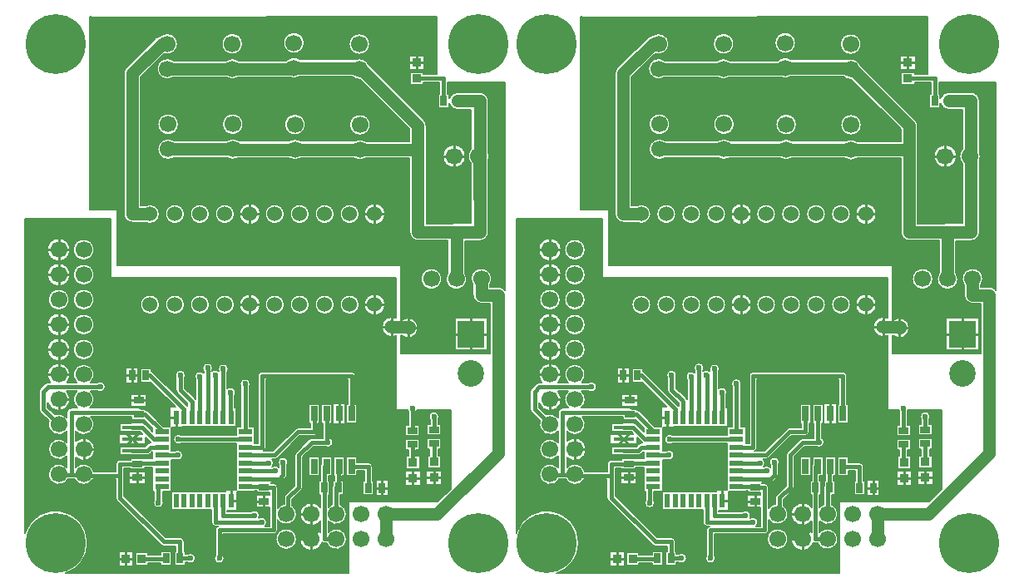
<source format=gtl>
G04 EasyPC Gerber Version 21.0.3 Build 4286 *
G04 #@! TF.Part,Single*
G04 #@! TF.FileFunction,Copper,L1,Top *
G04 #@! TF.FilePolarity,Positive *
%FSLAX45Y45*%
%MOIN*%
G04 #@! TA.AperFunction,SMDPad*
%ADD119R,0.02362X0.05807*%
%ADD92R,0.02559X0.03937*%
%ADD101R,0.08268X0.01575*%
%ADD118R,0.05807X0.02362*%
%ADD14R,0.03937X0.02559*%
%ADD102R,0.02559X0.05906*%
%ADD93R,0.03346X0.03740*%
%ADD120R,0.03740X0.03346*%
G04 #@! TA.AperFunction,ComponentPad*
%ADD15R,0.10630X0.10630*%
G04 #@! TD.AperFunction*
%ADD10C,0.00500*%
%ADD11C,0.01000*%
%ADD25C,0.01500*%
G04 #@! TA.AperFunction,ViaPad*
%ADD104C,0.02362*%
G04 #@! TD.AperFunction*
%ADD24C,0.05000*%
G04 #@! TA.AperFunction,ViaPad*
%ADD23C,0.05600*%
G04 #@! TA.AperFunction,ComponentPad*
%ADD18C,0.06000*%
%ADD13C,0.06693*%
%ADD16C,0.10630*%
G04 #@! TA.AperFunction,WasherPad*
%ADD12C,0.24016*%
X0Y0D02*
D02*
D10*
X26915Y100587D02*
X22819D01*
G75*
G02X19591Y92719I-3229J-3272*
G01*
G75*
G02X15203Y95946J4596*
G01*
Y94119*
X18065Y91257*
G75*
G02X22852Y90003I1526J-3941*
G01*
Y92140*
G75*
G02X24640Y93928I1787*
G01*
X27064*
G75*
G02X26915Y100587I2527J3388*
G01*
G36*
X22819*
G75*
G02X19591Y92719I-3229J-3272*
G01*
G75*
G02X15203Y95946J4596*
G01*
Y94119*
X18065Y91257*
G75*
G02X22852Y90003I1526J-3941*
G01*
Y92140*
G75*
G02X24640Y93928I1787*
G01*
X27064*
G75*
G02X26915Y100587I2527J3388*
G01*
G37*
X48750Y90353D02*
X32530D01*
G75*
G02X29591Y83089I-2939J-3037*
G01*
G75*
G02X26427Y84513J4226*
G01*
Y80650*
G75*
G02X34187Y77315I3163J-3335*
G01*
G75*
G02X26427Y73981I-4596*
G01*
Y70118*
G75*
G02X33638Y68532I3163J-2803*
G01*
X42486*
Y71508*
G75*
G02X44116Y73138I1630*
G01*
X48268*
Y73668*
X53965*
Y73662*
X57219*
Y76386*
X57076*
X56280Y75526*
G75*
G02X54967Y74953I-1312J1214*
G01*
X49103*
G75*
G02X48459Y75073J1787*
G01*
X44089*
Y78408*
X48459*
G75*
G02X49103Y78528I644J-1667*
G01*
X54187*
X54983Y79388*
G75*
G02X56297Y79961I1312J-1214*
G01*
X56557*
G75*
G02X56446Y80063I1159J1363*
G01*
X54486Y82035*
Y79428*
X43719*
Y83502*
X53058*
X52204Y84402*
X49103*
G75*
G02X48459Y84522J1787*
G01*
X44089*
Y87857*
X48459*
G75*
G02X49103Y87977I644J-1667*
G01*
X52970*
G75*
G02X53616Y87857I2J-1787*
G01*
X54116*
Y87562*
G75*
G02X54268Y87420I-1143J-1374*
G01*
X56251Y85331*
X57219Y84357*
Y85842*
X53826Y89235*
X48750*
Y90353*
G36*
X32530*
G75*
G02X29591Y83089I-2939J-3037*
G01*
G75*
G02X26427Y84513J4226*
G01*
Y80650*
G75*
G02X34187Y77315I3163J-3335*
G01*
G75*
G02X26427Y73981I-4596*
G01*
Y70118*
G75*
G02X33638Y68532I3163J-2803*
G01*
X42486*
Y71508*
G75*
G02X44116Y73138I1630*
G01*
X48268*
Y73668*
X53965*
Y73662*
X57219*
Y76386*
X57076*
X56280Y75526*
G75*
G02X54967Y74953I-1312J1214*
G01*
X49103*
G75*
G02X48459Y75073J1787*
G01*
X44089*
Y78408*
X48459*
G75*
G02X49103Y78528I644J-1667*
G01*
X54187*
X54983Y79388*
G75*
G02X56297Y79961I1312J-1214*
G01*
X56557*
G75*
G02X56446Y80063I1159J1363*
G01*
X54486Y82035*
Y79428*
X43719*
Y83502*
X53058*
X52204Y84402*
X49103*
G75*
G02X48459Y84522J1787*
G01*
X44089*
Y87857*
X48459*
G75*
G02X49103Y87977I644J-1667*
G01*
X52970*
G75*
G02X53616Y87857I2J-1787*
G01*
X54116*
Y87562*
G75*
G02X54268Y87420I-1143J-1374*
G01*
X56251Y85331*
X57219Y84357*
Y85842*
X53826Y89235*
X48750*
Y90353*
G37*
X64785Y73188D02*
Y60548D01*
X86281*
Y60918*
X90589*
Y79693*
X68841*
G75*
G02X65518Y81323I-1261J1630*
G01*
G75*
G02X68841Y82953I2061*
G01*
X90589*
Y86351*
X69096*
Y85981*
X64785*
Y76763*
X66298*
G75*
G02X69385Y74975I1026J-1787*
G01*
G75*
G02X66298Y73188I-2061*
G01*
X64785*
G36*
Y60548*
X86281*
Y60918*
X90589*
Y79693*
X68841*
G75*
G02X65518Y81323I-1261J1630*
G01*
G75*
G02X68841Y82953I2061*
G01*
X90589*
Y86351*
X69096*
Y85981*
X64785*
Y76763*
X66298*
G75*
G02X69385Y74975I1026J-1787*
G01*
G75*
G02X66298Y73188I-2061*
G01*
X64785*
G37*
X87192Y52611D02*
Y52469D01*
X96764*
G75*
G02X99816Y49818I1261J-1630*
G01*
G75*
G02X102307Y46544I1143J-1715*
G01*
X104004*
Y54014*
X98626*
Y59073*
X104004*
Y59935*
X98996*
Y60796*
X98156*
Y60365*
X91144*
Y52611*
X87192*
G36*
Y52469*
X96764*
G75*
G02X99816Y49818I1261J-1630*
G01*
G75*
G02X102307Y46544I1143J-1715*
G01*
X104004*
Y54014*
X98626*
Y59073*
X104004*
Y59935*
X98996*
Y60796*
X98156*
Y60365*
X91144*
Y52611*
X87192*
G37*
X176638Y93113D02*
X163206D01*
G75*
G02X162904Y92570I-1932J719*
G01*
Y86994*
X164122*
Y82676*
X158425*
Y86994*
X159644*
Y92570*
G75*
G02X159342Y93113I1630J1262*
G01*
X154915*
Y122768*
G75*
G02X149035Y126380I-1831J3613*
G01*
G75*
G02X154915Y129993I4050*
G01*
Y146154*
X40555*
Y169599*
X6104*
Y43850*
G75*
G02X31248Y39865I12256J-3986*
G01*
G75*
G02X22346Y27609I-12888J0*
G01*
X135683*
Y27680*
X135614*
Y56380*
X171494*
X176638Y61524*
Y93113*
X166884Y68870D02*
X173124D01*
Y63024*
X166884*
Y68870*
X167126Y81788D02*
X172823D01*
Y77469*
X171762*
Y74800*
X172754*
Y69693*
X167254*
Y74800*
X168187*
Y77469*
X167126*
Y81788*
X171604Y87339D02*
X172823D01*
Y83020*
X167126*
Y87339*
X168344*
Y89204*
G75*
G02X167913Y90465I1630J1261*
G01*
G75*
G02X172035I2061*
G01*
G75*
G02X171604Y89204I-2061*
G01*
Y87339*
X158409Y68733D02*
X164650D01*
Y62886*
X158409*
Y68733*
X162904Y74662D02*
X164280D01*
Y69556*
X158780*
Y74662*
X159644*
Y77124*
X158425*
Y81443*
X164122*
Y77124*
X162904*
Y74662*
X46500Y110180D02*
X51559D01*
Y103743*
X46500*
Y110180*
X48380Y99475D02*
X54817D01*
Y94416*
X48380*
Y99475*
X52325Y135317D02*
G75*
G02X60085I3880D01*
G01*
G75*
G02X52325I-3880*
G01*
X138553Y95528D02*
X139083D01*
Y87863*
X134764*
Y95528*
X135293*
Y105252*
X102687*
Y78174*
G75*
G02X101646Y76654I-1630*
G01*
X105517*
X114417Y85553*
G75*
G02X115570Y86032I1154J-1151*
G01*
X120293*
Y87863*
X119764*
Y95528*
X124083*
Y87863*
X123553*
Y84402*
G75*
G02X121923Y82772I-1630*
G01*
X116246*
X107346Y73873*
G75*
G02X106193Y73394I-1154J1151*
G01*
X105159*
G75*
G02Y70355I-1392J-1520*
G01*
X105189*
G75*
G02X107878Y70212I1261J-1630*
G01*
Y70968*
G75*
G02X107446Y72230I1630J1261*
G01*
G75*
G02X111569I2061*
G01*
G75*
G02X111137Y70968I-2061*
G01*
Y67079*
G75*
G02X110659Y65925I-1630*
G01*
X109157Y64424*
G75*
G02X108004Y63945I-1154J1151*
G01*
X104693*
Y63727*
X105634*
G75*
G02X107264Y62097J-1630*
G01*
Y53681*
G75*
G02X109929Y55491I3527J-2328*
G01*
Y57916*
G75*
G02X110408Y59070I1630*
G01*
X114152Y62813*
Y74924*
G75*
G02X114630Y76078I1630*
G01*
X119864Y81311*
G75*
G02X121018Y81790I1154J-1151*
G01*
X125293*
Y87863*
X124764*
Y95528*
X129083*
Y87863*
X128553*
Y81910*
G75*
G02X129526Y80160I-1089J-1750*
G01*
G75*
G02X126203Y78530I-2061*
G01*
X121693*
X117411Y74248*
Y62138*
G75*
G02X116933Y60984I-1630*
G01*
X113189Y57241*
Y54833*
G75*
G02X115017Y51353I-2398J-3480*
G01*
G75*
G02X107264Y49025I-4226*
G01*
Y44914*
G75*
G02X105634Y43284I-1630*
G01*
X85551*
Y34846*
G75*
G02X85982Y33585I-1630J-1261*
G01*
G75*
G02X81860I-2061*
G01*
G75*
G02X82291Y34846I2061*
G01*
Y44914*
G75*
G02X83446Y46473I1630*
G01*
X82413*
G75*
G02X80783Y48103J1630*
G01*
Y52981*
X64604*
Y60365*
X61358*
Y56904*
G75*
G02X61632Y55878I-1787J-1026*
G01*
G75*
G02X57510I-2061*
G01*
G75*
G02X57783Y56904I2061*
G01*
Y60365*
X57219*
Y70087*
X53965*
Y69349*
X48268*
Y69878*
X45746*
Y67635*
G75*
G02X45904Y66902I-1630J-733*
G01*
Y58628*
X62503Y42075*
X68193*
G75*
G02X69980Y40288J-1787*
G01*
Y36487*
X70352*
Y35267*
X71134*
G75*
G02X74457Y33637I1261J-1630*
G01*
G75*
G02X71134Y32007I-2061*
G01*
X70352*
Y30790*
X66033*
Y36487*
X66406*
Y38500*
X61764*
G75*
G02X60500Y39024I0J1787*
G01*
X42855Y56619*
G75*
G02X42329Y57886I1261J1267*
G01*
Y65272*
X33290*
G75*
G02X25784Y65479I-3700J2043*
G01*
X25373*
G75*
G02X23906I-733J1630*
G01*
X23397*
G75*
G02X15364Y67315I-3806J1837*
G01*
G75*
G02X22852Y70003I4226*
G01*
Y74628*
G75*
G02X15364Y77315I-3262J2687*
G01*
G75*
G02X22852Y80003I4226*
G01*
Y84628*
G75*
G02X15589Y88676I-3262J2687*
G01*
X12152Y92115*
G75*
G02X11628Y93378I1264J1264*
G01*
Y100393*
G75*
G02Y100395I654J1*
G01*
G75*
G02Y100396I663J0*
G01*
G75*
G02X12151Y101659I1787*
G01*
X14129Y103638*
G75*
G02X15396Y104162I1264J-1264*
G01*
X16246*
G75*
G02X19591Y111912I3344J3154*
G01*
G75*
G02X22935Y104162J-4596*
G01*
X26777*
G75*
G02X29591Y111542I2814J3154*
G01*
G75*
G02X32404Y104162J-4226*
G01*
X35238*
G75*
G02X38325Y102374I1026J-1787*
G01*
G75*
G02X35238Y100587I-2061*
G01*
X32266*
G75*
G02X32117Y93928I-2676J-3272*
G01*
X51599*
G75*
G02X52693Y93554J-1787*
G01*
X54447*
Y93163*
G75*
G02X55461Y92655I-252J-1770*
G01*
X61582Y86534*
X64234*
Y94288*
X66307*
X56482Y104113*
X52421*
Y109809*
X56740*
Y108652*
G75*
G02X57428Y108223I-578J-1691*
G01*
X69691Y95959*
X71017Y94750*
G75*
G02X71175Y94586I-1206J-1320*
G01*
Y95826*
X67086Y99870*
G75*
G02X66553Y101143I1255J1273*
G01*
Y106073*
G75*
G02X66280Y107099I1787J1026*
G01*
G75*
G02X70402I2061*
G01*
G75*
G02X70128Y106073I-2061*
G01*
Y101889*
X73748Y98309*
G75*
G02X73758Y98299I-1301J-1261*
G01*
X74226Y97830*
G75*
G02X74483Y97505I-1264J-1265*
G01*
Y105306*
G75*
G02X77633Y107959I1630J1261*
G01*
Y108692*
G75*
G02X77202Y109953I1630J1261*
G01*
G75*
G02X81324I2061*
G01*
G75*
G02X80893Y108692I-2061*
G01*
Y108639*
G75*
G02X83737Y108621I1413J-1500*
G01*
G75*
G02X83501Y109579I1825J958*
G01*
G75*
G02X87623I2061*
G01*
G75*
G02X87192Y108318I-2061*
G01*
Y101793*
G75*
G02X90176Y98977I1354J-1554*
G01*
Y93918*
X90774*
Y86534*
X92500*
Y102569*
G75*
G02X92226Y103595I1787J1026*
G01*
G75*
G02X96348I2061*
G01*
G75*
G02X96074Y102569I-2061*
G01*
Y86534*
X98156*
Y79804*
X99427*
Y106882*
G75*
G02X101057Y108512I1630*
G01*
X136923*
G75*
G02X138553Y106882J-1630*
G01*
Y95528*
X129394Y95898D02*
X134453D01*
Y87493*
X129394*
Y95898*
X132421Y55253D02*
G75*
G02X135017Y51353I-1630J-3900D01*
G01*
G75*
G02X127677Y48495I-4226*
G01*
Y44211*
G75*
G02X135017Y41353I3114J-2858*
G01*
G75*
G02X126891Y39723I-4226*
G01*
X126047*
G75*
G02X125176Y39976J1630*
G01*
G75*
G02X116194Y41353I-4385J1378*
G01*
G75*
G02X124417Y44178I4596*
G01*
Y48529*
G75*
G02X116194Y51353I-3626J2824*
G01*
G75*
G02X124417Y54178I4596*
G01*
Y59132*
X123888*
Y64829*
X124417*
Y70435*
G75*
G02X124764Y71440I1630*
G01*
Y74268*
X129083*
Y66603*
X127677*
Y64829*
X128207*
Y59132*
X127677*
Y54211*
G75*
G02X129161Y55253I3114J-2858*
G01*
Y61981*
G75*
G02X129439Y62891I1630*
G01*
Y64829*
X129969*
Y66603*
X129764*
Y74268*
X134083*
Y66603*
X133228*
Y64829*
X133758*
Y59132*
X132421*
Y55253*
X145276Y64750D02*
X145805D01*
Y59054*
X141486*
Y64750*
X142016*
Y68806*
X139083*
Y66603*
X134764*
Y74268*
X139083*
Y72065*
X143646*
G75*
G02X145276Y70435J-1630*
G01*
Y64750*
X119764Y74268D02*
X124083D01*
Y66603*
X119764*
Y74268*
X106565Y41353D02*
G75*
G02X115017I4226D01*
G01*
G75*
G02X106565I-4226*
G01*
X47898Y68487D02*
X54335D01*
Y63428*
X47898*
Y68487*
X43587Y36536D02*
X49433D01*
Y30296*
X43587*
Y36536*
X60482Y36487D02*
X64801D01*
Y30790*
X60482*
Y31786*
X55362*
Y30666*
X50256*
Y36166*
X55362*
Y35046*
X60482*
Y36487*
X62325Y135317D02*
G75*
G02X70085I3880D01*
G01*
G75*
G02X62325I-3880*
G01*
X72325D02*
G75*
G02X80085I3880D01*
G01*
G75*
G02X72325I-3880*
G01*
X82325D02*
G75*
G02X90085I3880D01*
G01*
G75*
G02X82325I-3880*
G01*
X91955D02*
G75*
G02X100455I4250D01*
G01*
G75*
G02X91955I-4250*
G01*
X102325D02*
G75*
G02X110085I3880D01*
G01*
G75*
G02X102325I-3880*
G01*
X112325D02*
G75*
G02X120085I3880D01*
G01*
G75*
G02X112325I-3880*
G01*
X122325D02*
G75*
G02X130085I3880D01*
G01*
G75*
G02X122325I-3880*
G01*
X132325D02*
G75*
G02X140085I3880D01*
G01*
G75*
G02X132325I-3880*
G01*
X141955D02*
G75*
G02X150455I4250D01*
G01*
G75*
G02X141955I-4250*
G01*
X146667Y65120D02*
X151726D01*
Y58683*
X146667*
Y65120*
X14994Y117315D02*
G75*
G02X24187I4596D01*
G01*
G75*
G02X14994I-4596*
G01*
Y127315D02*
G75*
G02X24187I4596D01*
G01*
G75*
G02X14994I-4596*
G01*
Y147315D02*
G75*
G02X24187I4596D01*
G01*
G75*
G02X14994I-4596*
G01*
X15364Y137315D02*
G75*
G02X23817I4226D01*
G01*
G75*
G02X15364I-4226*
G01*
X14994Y157315D02*
G75*
G02X24187I4596D01*
G01*
G75*
G02X14994I-4596*
G01*
X25364Y117315D02*
G75*
G02X33817I4226D01*
G01*
G75*
G02X25364I-4226*
G01*
Y127315D02*
G75*
G02X33817I4226D01*
G01*
G75*
G02X25364I-4226*
G01*
Y137315D02*
G75*
G02X33817I4226D01*
G01*
G75*
G02X25364I-4226*
G01*
Y147315D02*
G75*
G02X33817I4226D01*
G01*
G75*
G02X25364I-4226*
G01*
Y157315D02*
G75*
G02X33817I4226D01*
G01*
G75*
G02X25364I-4226*
G01*
X135614Y33416D02*
G36*
X85975D01*
G75*
G02X81867I-2054J169*
G01*
X74445*
G75*
G02X71134Y32007I-2049J221*
G01*
X70352*
Y30790*
X66033*
Y33416*
X64801*
Y30790*
X60482*
Y31786*
X55362*
Y30666*
X50256*
Y33416*
X49433*
Y30296*
X43587*
Y33416*
X29519*
G75*
G02X23046Y27859I-11159J6449*
G01*
X135614*
Y33416*
G37*
X66033D02*
G36*
Y36487D01*
X66406*
Y38500*
X61764*
G75*
G02X60500Y39024I1J1789*
G01*
X58164Y41353*
X31162*
G75*
G02X31248Y39865I-12803J-1488*
G01*
G75*
G02X29519Y33416I-12888*
G01*
X43587*
Y36536*
X49433*
Y33416*
X50256*
Y36166*
X55362*
Y35046*
X60482*
Y36487*
X64801*
Y33416*
X66033*
G37*
X81867D02*
G36*
G75*
G02X81860Y33585I2054J171D01*
G01*
G75*
G02Y33586I2374J0*
G01*
G75*
G02X82291Y34846I2059*
G01*
Y41353*
X69628*
G75*
G02X69980Y40288I-1435J-1066*
G01*
Y36487*
X70352*
Y35267*
X71134*
G75*
G02X74457Y33637I1261J-1630*
G01*
G75*
G02X74445Y33416I-2063J-1*
G01*
X81867*
G37*
X135614Y41353D02*
G36*
X135017D01*
G75*
G02X126891Y39723I-4226J0*
G01*
X126047*
G75*
G02X125176Y39976I-1J1626*
G01*
G75*
G02X116194Y41353I-4385J1378*
G01*
X115017*
G75*
G02X106565I-4226*
G01*
X85551*
Y34846*
G75*
G02X85982Y33586I-1628J-1261*
G01*
G75*
G02Y33585I-2374J0*
G01*
G75*
G02X85975Y33416I-2061J2*
G01*
X135614*
Y41353*
G37*
X58164D02*
G36*
X42855Y56619D01*
G75*
G02X42329Y57885I1260J1266*
G01*
G75*
G02Y57886I1961J0*
G01*
Y61902*
X6354*
Y44550*
G75*
G02X31162Y41353I12006J-4685*
G01*
X58164*
G37*
X57219Y61902D02*
G36*
X45904D01*
Y58628*
X62503Y42075*
X68193*
G75*
G02X69628Y41353I0J-1788*
G01*
X82291*
Y44914*
G75*
G02X83446Y46473I1630*
G01*
X82413*
G75*
G02X80783Y48103J1630*
G01*
Y52981*
X64604*
Y60365*
X61358*
Y56904*
G75*
G02X61632Y55878I-1788J-1026*
G01*
G75*
G02X57510I-2061*
G01*
G75*
G02X57783Y56904I2062J0*
G01*
Y60365*
X57219*
Y61902*
G37*
X113240D02*
G36*
X107264D01*
Y53681*
G75*
G02X109929Y55491I3526J-2328*
G01*
Y57916*
Y57916*
G75*
G02X110408Y59070I1629*
G01*
X113240Y61902*
G37*
X129161D02*
G36*
X128207D01*
Y59132*
X127677*
Y54211*
G75*
G02X129161Y55253I3118J-2864*
G01*
Y61902*
G37*
X116194Y41353D02*
G36*
G75*
G02X124417Y44178I4596D01*
G01*
Y48529*
G75*
G02X116194Y51353I-3626J2824*
G01*
G75*
G02X124417Y54178I4596*
G01*
Y59132*
X123888*
Y61902*
X117394*
G75*
G02X116933Y60984I-1612J235*
G01*
X113189Y57241*
Y54833*
G75*
G02X115017Y51353I-2399J-3481*
G01*
G75*
G02X107264Y49025I-4226J0*
G01*
Y44914*
G75*
G02X105634Y43284I-1630*
G01*
X85551*
Y41353*
X106565*
G75*
G02X115017I4226*
G01*
X116194*
G37*
X176388Y61274D02*
G36*
Y61902D01*
X151726*
Y58683*
X146667*
Y61902*
X145805*
Y59054*
X141486*
Y61902*
X133758*
Y59132*
X132421*
Y55253*
G75*
G02X135017Y51353I-1631J-3900*
G01*
Y51353*
G75*
G02X127677Y48495I-4226*
G01*
Y44211*
G75*
G02X135017Y41354I3114J-2857*
G01*
Y41353*
X135614*
Y56380*
X171494*
X176388Y61274*
G37*
X15592Y65947D02*
G36*
X6354D01*
Y61902*
X42329*
Y65272*
X33290*
G75*
G02X25784Y65479I-3700J2043*
G01*
X25373*
G75*
G02X23906I-733J1630*
G01*
X23397*
G75*
G02X15592Y65947I-3806J1837*
G01*
G37*
X57219D02*
G36*
X54335D01*
Y63428*
X47898*
Y65947*
X45904*
Y61902*
X57219*
Y65947*
G37*
X114152D02*
G36*
X110680D01*
G75*
G02X110659Y65925I-1173J1130*
G01*
X109157Y64424*
G75*
G02X108004Y63945I-1154J1150*
G01*
X104693*
Y63727*
X105634*
G75*
G02X107264Y62097J-1630*
G01*
Y61902*
X113240*
X114152Y62813*
Y65947*
G37*
X123888Y61902D02*
G36*
Y64829D01*
X124417*
Y65947*
X117411*
Y62138*
Y62138*
G75*
G02X117394Y61902I-1630J1*
G01*
X123888*
G37*
X129161D02*
G36*
Y61981D01*
G75*
G02Y61982I1471J1*
G01*
G75*
G02X129439Y62891I1625*
G01*
Y64829*
X129969*
Y65947*
X127677*
Y64829*
X128207*
Y61902*
X129161*
G37*
X141486D02*
G36*
Y64750D01*
X142016*
Y65947*
X133228*
Y64829*
X133758*
Y61902*
X141486*
G37*
X173124Y65947D02*
G36*
Y63024D01*
X166884*
Y65947*
X164650*
Y62886*
X158409*
Y65947*
X145276*
Y64750*
X145805*
Y61902*
X146667*
Y65120*
X151726*
Y61902*
X176388*
Y65947*
X173124*
G37*
X15592D02*
G36*
G75*
G02X15364Y67315I3999J1368D01*
G01*
G75*
G02X16740Y70435I4226*
G01*
X6354*
Y65947*
X15592*
G37*
X22852Y70435D02*
G36*
X22441D01*
G75*
G02X22852Y70003I-2851J-3120*
G01*
Y70435*
G37*
X57219Y65947D02*
G36*
Y70087D01*
X53965*
Y69349*
X48268*
Y69878*
X45746*
Y67635*
G75*
G02X45904Y66903I-1626J-733*
G01*
G75*
G02Y66902I-2148J0*
G01*
Y65947*
X47898*
Y68487*
X54335*
Y65947*
X57219*
G37*
X105301Y70435D02*
G36*
X105242D01*
G75*
G02X105159Y70355I-1475J1442*
G01*
X105189*
G75*
G02X105301Y70435I1261J-1630*
G01*
G37*
X107878D02*
G36*
X107600D01*
G75*
G02X107878Y70212I-1150J-1711*
G01*
Y70435*
G37*
X114152D02*
G36*
X111137D01*
Y67079*
Y67079*
G75*
G02X110680Y65947I-1629*
G01*
X114152*
Y70435*
G37*
X124417D02*
G36*
X124083D01*
Y66603*
X119764*
Y70435*
X117411*
Y65947*
X124417*
Y70435*
G37*
X129764D02*
G36*
X129083D01*
Y66603*
X127677*
Y65947*
X129969*
Y66603*
X129764*
Y70435*
G37*
X134764D02*
G36*
X134083D01*
Y66603*
X133228*
Y65947*
X142016*
Y68806*
X139083*
Y66603*
X134764*
Y70435*
G37*
X172754D02*
G36*
Y69693D01*
X167254*
Y70435*
X164280*
Y69556*
X158780*
Y70435*
X145276*
Y65947*
X158409*
Y68733*
X164650*
Y65947*
X166884*
Y68870*
X173124*
Y65947*
X176388*
Y70435*
X172754*
G37*
X15669Y75741D02*
G36*
X6354D01*
Y70435*
X16740*
G75*
G02X22441I2851J-3120*
G01*
X22852*
Y74628*
G75*
G02X15669Y75741I-3262J2687*
G01*
G37*
X114371D02*
G36*
X109214D01*
X107346Y73873*
G75*
G02X106193Y73394I-1154J1150*
G01*
X105159*
G75*
G02X105828Y71874I-1392J-1520*
G01*
G75*
G02X105242Y70435I-2061J0*
G01*
X105301*
G75*
G02X107600I1150J-1710*
G01*
X107878*
Y70968*
G75*
G02X107446Y72229I1628J1261*
G01*
G75*
G02Y72230I2374J0*
G01*
G75*
G02X111569I2061*
G01*
G75*
G02Y72229I-2374J0*
G01*
G75*
G02X111137Y70968I-2059*
G01*
Y70435*
X114152*
Y74924*
Y74924*
G75*
G02X114371Y75741I1629J0*
G01*
G37*
X158780Y70435D02*
G36*
Y74662D01*
X159644*
Y75741*
X118904*
X117411Y74248*
Y70435*
X119764*
Y74268*
X124083*
Y70435*
X124417*
G75*
G02Y70436I2148J0*
G01*
G75*
G02X124764Y71440I1628*
G01*
Y74268*
X129083*
Y70435*
X129764*
Y74268*
X134083*
Y70435*
X134764*
Y74268*
X139083*
Y72065*
X143646*
G75*
G02X145276Y70435J-1630*
G01*
X158780*
G37*
X167254D02*
G36*
Y74800D01*
X168187*
Y75741*
X162904*
Y74662*
X164280*
Y70435*
X167254*
G37*
X172754D02*
G36*
X176388D01*
Y75741*
X171762*
Y74800*
X172754*
Y70435*
G37*
X15669Y75741D02*
G36*
G75*
G02X15364Y77315I3922J1575D01*
G01*
G75*
G02X22852Y80003I4226*
G01*
Y84628*
G75*
G02X15364Y87315I-3262J2687*
G01*
G75*
G02X15389Y87773I4226J0*
G01*
X6354*
Y75741*
X15669*
G37*
X64234Y87773D02*
G36*
X60343D01*
X61582Y86534*
X64234*
Y87773*
G37*
X92500D02*
G36*
X90774D01*
Y86534*
X92500*
Y87773*
G37*
X99427D02*
G36*
X96074D01*
Y86534*
X98156*
Y79804*
X99427*
Y87773*
G37*
X120293D02*
G36*
X102687D01*
Y78174*
G75*
G02X101646Y76654I-1630*
G01*
X105517*
X114417Y85553*
G75*
G02X115570Y86032I1154J-1150*
G01*
X120293*
Y87773*
G37*
X125293D02*
G36*
X123553D01*
Y84402*
G75*
G02X121923Y82772I-1630*
G01*
X116246*
X109214Y75741*
X114371*
G75*
G02X114630Y76078I1410J-817*
G01*
X119864Y81311*
G75*
G02X121018Y81790I1154J-1150*
G01*
X125293*
Y87773*
G37*
X171762Y75741D02*
G36*
X176388D01*
Y87773*
X171604*
Y87339*
X172823*
Y83020*
X167126*
Y87339*
X168344*
Y87773*
X162904*
Y86994*
X164122*
Y82676*
X158425*
Y86994*
X159644*
Y87773*
X134453*
Y87493*
X129394*
Y87773*
X128553*
Y81910*
G75*
G02X129526Y80160I-1088J-1750*
G01*
Y80160*
G75*
G02X126203Y78530I-2061*
G01*
X121693*
X118904Y75741*
X159644*
Y77124*
X158425*
Y81443*
X164122*
Y77124*
X162904*
Y75741*
X168187*
Y77469*
X167126*
Y81788*
X172823*
Y77469*
X171762*
Y75741*
G37*
X15389Y87773D02*
G36*
G75*
G02X15589Y88676I4202J-458D01*
G01*
X12152Y92115*
G75*
G02X11628Y93378I1265J1265*
G01*
Y96945*
X6354*
Y87773*
X15389*
G37*
X70044Y96945D02*
G36*
X68705D01*
X69691Y95959*
X71017Y94750*
G75*
G02X71175Y94586I-1257J-1370*
G01*
Y95826*
X70044Y96945*
G37*
X64234Y87773D02*
G36*
Y94288D01*
X66307*
X63649Y96945*
X54817*
Y94416*
X48380*
Y96945*
X33800*
G75*
G02X32117Y93928I-4210J370*
G01*
X51599*
G75*
G02X52693Y93554I0J-1788*
G01*
X54447*
Y93163*
G75*
G02X55461Y92655I-251J-1768*
G01*
X60343Y87773*
X64234*
G37*
X92500Y96945D02*
G36*
X90176D01*
Y93918*
X90774*
Y87773*
X92500*
Y96945*
G37*
X99427D02*
G36*
X96074D01*
Y87773*
X99427*
Y96945*
G37*
X154915D02*
G36*
X138553D01*
Y95528*
X139083*
Y87863*
X134764*
Y95528*
X135293*
Y96945*
X102687*
Y87773*
X120293*
Y87863*
X119764*
Y95528*
X124083*
Y87863*
X123553*
Y87773*
X125293*
Y87863*
X124764*
Y95528*
X129083*
Y87863*
X128553*
Y87773*
X129394*
Y95898*
X134453*
Y87773*
X159644*
Y92570*
G75*
G02X159342Y93113I1617J1255*
G01*
X154915*
Y96945*
G37*
X176388Y93113D02*
G36*
X163206D01*
G75*
G02X162904Y92570I-1919J712*
G01*
Y87773*
X168344*
Y89204*
G75*
G02X167913Y90464I1628J1261*
G01*
G75*
G02Y90465I2374J0*
G01*
G75*
G02X172035I2061*
G01*
G75*
G02Y90464I-2374J0*
G01*
G75*
G02X171604Y89204I-2059*
G01*
Y87773*
X176388*
Y93113*
G37*
X11628Y96945D02*
G36*
Y100393D01*
Y100395*
Y100396*
G75*
G02X12151Y101659I1786J1*
G01*
X14129Y103638*
G75*
G02X15396Y104162I1264J-1264*
G01*
X16246*
G75*
G02X15008Y106961I3344J3153*
G01*
X6354*
Y96945*
X11628*
G37*
X25379Y106961D02*
G36*
X24173D01*
G75*
G02X22935Y104162I-4583J354*
G01*
X26777*
G75*
G02X25379Y106961I2814J3154*
G01*
G37*
X63649Y96945D02*
G36*
X56482Y104113D01*
X52421*
Y106961*
X51559*
Y103743*
X46500*
Y106961*
X33802*
G75*
G02X32404Y104162I-4211J354*
G01*
X35238*
G75*
G02X38325Y102374I1026J-1788*
G01*
G75*
G02X35238Y100587I-2061J0*
G01*
X32266*
G75*
G02X33817Y97315I-2676J-3272*
G01*
G75*
G02X33800Y96945I-4226J4*
G01*
X48380*
Y99475*
X54817*
Y96945*
X63649*
G37*
X74091Y106961D02*
G36*
X70397D01*
G75*
G02X70128Y106073I-2057J138*
G01*
Y101889*
X73748Y98309*
G75*
G03X73758Y98299I133J118*
G01*
X74226Y97830*
G75*
G02X74483Y97505I-1266J-1266*
G01*
Y105306*
G75*
G02X74052Y106567I1630J1261*
G01*
G75*
G02X74091Y106961I2061J-1*
G01*
G37*
X70044Y96945D02*
G36*
X67086Y99870D01*
G75*
G02X66553Y101143I1256J1273*
G01*
Y106073*
G75*
G02X66284Y106961I1788J1026*
G01*
X58689*
X68705Y96945*
X70044*
G37*
X99429Y106961D02*
G36*
X87192D01*
Y101793*
G75*
G02X90607Y100239I1354J-1554*
G01*
G75*
G02X90176Y98977I-2061*
G01*
Y96945*
X92500*
Y102569*
G75*
G02X92226Y103595I1788J1026*
G01*
G75*
G02X96348I2061*
G01*
G75*
G02X96074Y102569I-2062J0*
G01*
Y96945*
X99427*
Y106882*
G75*
G02X99429Y106961I1631J-1*
G01*
G37*
X135293Y96945D02*
G36*
Y105252D01*
X102687*
Y96945*
X135293*
G37*
X154915Y106961D02*
G36*
X138551D01*
G75*
G02X138553Y106882I-1629J-80*
G01*
Y96945*
X154915*
Y106961*
G37*
Y117315D02*
G36*
X33817D01*
G75*
G02X25364I-4226*
G01*
X24187*
G75*
G02X14994I-4596*
G01*
X6354*
Y106961*
X15008*
G75*
G02X14994Y107315I4583J356*
G01*
G75*
G02X19591Y111912I4596*
G01*
G75*
G02X24187Y107315J-4596*
G01*
G75*
G02X24173Y106961I-4597J1*
G01*
X25379*
G75*
G02X25364Y107315I4212J355*
G01*
G75*
G02X29591Y111542I4226*
G01*
G75*
G02X33817Y107315J-4226*
G01*
G75*
G02X33802Y106961I-4227J1*
G01*
X46500*
Y110180*
X51559*
Y106961*
X52421*
Y109809*
X56740*
Y108652*
G75*
G02X57428Y108223I-578J-1691*
G01*
X58689Y106961*
X66284*
G75*
G02X66280Y107099I2058J139*
G01*
G75*
G02X70402I2061*
G01*
G75*
G02X70397Y106961I-2063J2*
G01*
X74091*
G75*
G02X77633Y107959I2023J-394*
G01*
Y108692*
G75*
G02X77202Y109952I1628J1261*
G01*
G75*
G02Y109953I2374J0*
G01*
G75*
G02X81324I2061*
G01*
G75*
G02Y109952I-2374J0*
G01*
G75*
G02X80893Y108692I-2059*
G01*
Y108639*
G75*
G02X83737Y108621I1413J-1500*
G01*
G75*
G02X83501Y109579I1824J958*
G01*
Y109579*
G75*
G02X87623I2061*
G01*
G75*
G02Y109578I-2374J0*
G01*
G75*
G02X87192Y108318I-2059*
G01*
Y106961*
X99429*
G75*
G02X101057Y108512I1628J-79*
G01*
X136923*
G75*
G02X138551Y106961I0J-1630*
G01*
X154915*
Y117315*
G37*
X149144Y127315D02*
G36*
X33817D01*
G75*
G02X25364I-4226*
G01*
X24187*
G75*
G02X14994I-4596*
G01*
X6354*
Y117315*
X14994*
G75*
G02X24187I4596*
G01*
X25364*
G75*
G02X33817I4226*
G01*
X154915*
Y122768*
G75*
G02X149035Y126380I-1830J3613*
G01*
G75*
G02X149144Y127315I4050*
G01*
G37*
X154915Y135317D02*
G36*
X150455D01*
G75*
G02X141955I-4250*
G01*
X140085*
G75*
G02X132325I-3880*
G01*
X130085*
G75*
G02X122325I-3880*
G01*
X120085*
G75*
G02X112325I-3880*
G01*
X110085*
G75*
G02X102325I-3880*
G01*
X100455*
G75*
G02X91955I-4250*
G01*
X90085*
G75*
G02X82325I-3880*
G01*
X80085*
G75*
G02X72325I-3880*
G01*
X70085*
G75*
G02X62325I-3880*
G01*
X60085*
G75*
G02X52325I-3880*
G01*
X33315*
G75*
G02X25866I-3724J1998*
G01*
X23315*
G75*
G02X15866I-3724J1998*
G01*
X6354*
Y127315*
X14994*
G75*
G02X24187I4596*
G01*
X25364*
G75*
G02X33817I4226*
G01*
X149144*
G75*
G02X154915Y129993I3941J-935*
G01*
Y135317*
G37*
X40555Y147315D02*
G36*
X33817D01*
G75*
G02X25364I-4226*
G01*
X24187*
G75*
G02X14994I-4596*
G01*
X6354*
Y135317*
X15866*
G75*
G02X15364Y137315I3724J1998*
G01*
G75*
G02X23817I4226*
G01*
G75*
G02X23315Y135317I-4226J0*
G01*
X25866*
G75*
G02X25364Y137315I3724J1998*
G01*
G75*
G02X33817I4226*
G01*
G75*
G02X33315Y135317I-4226J0*
G01*
X52325*
G75*
G02X60085I3880*
G01*
X62325*
G75*
G02X70085I3880*
G01*
X72325*
G75*
G02X80085I3880*
G01*
X82325*
G75*
G02X90085I3880*
G01*
X91955*
G75*
G02X100455I4250*
G01*
X102325*
G75*
G02X110085I3880*
G01*
X112325*
G75*
G02X120085I3880*
G01*
X122325*
G75*
G02X130085I3880*
G01*
X132325*
G75*
G02X140085I3880*
G01*
X141955*
G75*
G02X150455I4250*
G01*
X154915*
Y146154*
X40555*
Y147315*
G37*
Y157315D02*
G36*
X33817D01*
G75*
G02X25364I-4226*
G01*
X24187*
G75*
G02X14994I-4596*
G01*
X6354*
Y147315*
X14994*
G75*
G02X24187I4596*
G01*
X25364*
G75*
G02X33817I4226*
G01*
X40555*
Y157315*
G37*
Y169349D02*
G36*
X6354D01*
Y157315*
X14994*
G75*
G02X24187I4596*
G01*
X25364*
G75*
G02X33817I4226*
G01*
X40555*
Y169349*
G37*
X198370Y224491D02*
X175502D01*
Y219790*
X176031*
Y217946*
G75*
G02X177264Y219743I3392J-1005*
G01*
Y219790*
X177326*
G75*
G02X179423Y220479I2098J-2849*
G01*
X188301*
G75*
G02X191839Y216941J-3537*
G01*
Y196307*
G75*
G02Y193304I-3951J-1501*
G01*
Y164382*
G75*
G02X188301Y160845I-3537*
G01*
X182311*
Y148160*
G75*
G02X183157Y145622I-3380J-2537*
G01*
G75*
G02X174705I-4226*
G01*
G75*
G02X175551Y148160I4226*
G01*
Y160983*
X163562*
G75*
G02X160182Y164363J3380*
G01*
Y194014*
X142797*
G75*
G02X137767Y193981I-2537J3380*
G01*
X116569*
G75*
G02X111943I-2313J3538*
G01*
X91444*
G75*
G02X87089Y194063I-2109J3663*
G01*
X65742*
G75*
G02X59203Y197600I-2313J3537*
G01*
G75*
G02X65742Y201138I4227J0*
G01*
X86957*
G75*
G02X91828Y201056I2378J-3494*
G01*
X111943*
G75*
G02X116569I2313J-3538*
G01*
X138150*
G75*
G02X142797Y200774I2109J-3662*
G01*
X160182*
Y205620*
X140296Y225506*
G75*
G02X140075Y225500I-223J4219*
G01*
G75*
G02X136983Y226846J4226*
G01*
X116400*
G75*
G02X111921Y226471I-2537J3380*
G01*
X91693*
G75*
G02X86618I-2537J3380*
G01*
X65671*
G75*
G02X58907Y229851I-2537J3380*
G01*
G75*
G02X65671Y233231I4226*
G01*
X86618*
G75*
G02X91693I2537J-3380*
G01*
X110891*
G75*
G02X116400Y233606I2971J-3006*
G01*
X138398*
G75*
G02X143952Y231410I1678J-3879*
G01*
X165950Y209412*
G75*
G02X166942Y207020I-2388J-2392*
G01*
Y167743*
X176822*
G75*
G02X177927Y167920I1106J-3361*
G01*
X184764*
Y177660*
G75*
G02X184744Y178024I3360J364*
G01*
Y191981*
G75*
G02X184764Y197652I3144J2825*
G01*
Y213404*
X179423*
G75*
G02X177326Y214093J3538*
G01*
X177264*
Y214140*
G75*
G02X176031Y215937I2159J2802*
G01*
Y214093*
X171713*
Y219790*
X172242*
Y224376*
X165815*
Y223453*
X160315*
Y228559*
X165815*
Y227636*
X170919*
Y250790*
X33124Y250504*
X31982Y250790*
Y173309*
X43134*
Y151016*
X156913*
Y128989*
G75*
G02X163660Y125967I2697J-3022*
G01*
G75*
G02X156913Y122945I-4050*
G01*
Y115829*
X192264*
Y135786*
X188931*
G75*
G02X185551Y139166J3380*
G01*
Y143085*
G75*
G02X184705Y145622I3380J2537*
G01*
G75*
G02X193157I4226*
G01*
G75*
G02X192311Y143085I-4226*
G01*
Y142546*
X195644*
G75*
G02X198370Y141163J-3380*
G01*
Y224491*
X178341Y130061D02*
X191470D01*
Y116931*
X178341*
Y130061*
X164705Y145622D02*
G75*
G02X173157I4226D01*
G01*
G75*
G02X164705I-4226*
G01*
X141955Y171617D02*
G75*
G02X150455I4250D01*
G01*
G75*
G02X141955I-4250*
G01*
X122325D02*
G75*
G02X130085I3880D01*
G01*
G75*
G02X122325I-3880*
G01*
X132325D02*
G75*
G02X140085I3880D01*
G01*
G75*
G02X132325I-3880*
G01*
X112325D02*
G75*
G02X120085I3880D01*
G01*
G75*
G02X112325I-3880*
G01*
X91955D02*
G75*
G02X100455I4250D01*
G01*
G75*
G02X91955I-4250*
G01*
X102325D02*
G75*
G02X110085I3880D01*
G01*
G75*
G02X102325I-3880*
G01*
X72325D02*
G75*
G02X80085I3880D01*
G01*
G75*
G02X72325I-3880*
G01*
X82325D02*
G75*
G02X90085I3880D01*
G01*
G75*
G02X82325I-3880*
G01*
X62325D02*
G75*
G02X70085I3880D01*
G01*
G75*
G02X62325I-3880*
G01*
X136033Y207394D02*
G75*
G02X144486I4226D01*
G01*
G75*
G02X136033I-4226*
G01*
X110030Y207519D02*
G75*
G02X118482I4226D01*
G01*
G75*
G02X110030I-4226*
G01*
X85108Y207644D02*
G75*
G02X93561I4226D01*
G01*
G75*
G02X85108I-4226*
G01*
X59203Y207600D02*
G75*
G02X67656I4226D01*
G01*
G75*
G02X59203I-4226*
G01*
X173449Y194806D02*
G75*
G02X182642I4596D01*
G01*
G75*
G02X173449I-4596*
G01*
X60574Y243215D02*
G75*
G02X67360Y239851I2559J-3363D01*
G01*
G75*
G02X61721Y235868I-4226*
G01*
X52370Y226516*
Y174996*
X54300*
G75*
G02X60085Y171617I1905J-3380*
G01*
G75*
G02X54300Y168237I-3880*
G01*
X48990*
G75*
G02X45610Y171617J3380*
G01*
Y227916*
G75*
G02X46602Y230307I3380*
G01*
X58534Y242241*
G75*
G02X60574Y243215I2392J-2388*
G01*
X84929Y239851D02*
G75*
G02X93382I4226D01*
G01*
G75*
G02X84929I-4226*
G01*
X109636Y240226D02*
G75*
G02X118089I4226D01*
G01*
G75*
G02X109636I-4226*
G01*
X135849Y239726D02*
G75*
G02X144302I4226D01*
G01*
G75*
G02X135849I-4226*
G01*
X159945Y235229D02*
X166185D01*
Y229382*
X159945*
Y235229*
X192264Y123496D02*
G36*
X191470D01*
Y116931*
X178341*
Y123496*
X162820*
G75*
G02X156913Y122945I-3209J2470*
G01*
Y116079*
X192264*
Y123496*
G37*
G36*
Y135786*
X188931*
G75*
G02X185551Y139166J3380*
G01*
Y143085*
G75*
G02X184705Y145622I3382J2538*
G01*
X183157*
G75*
G02X174705I-4226*
G01*
X173157*
G75*
G02X164705I-4226*
G01*
X156913*
Y128989*
G75*
G02X163660Y125967I2697J-3021*
G01*
Y125967*
Y125967*
G75*
G02X162820Y123496I-4050*
G01*
X178341*
Y130061*
X191470*
Y123496*
X192264*
G37*
X198120Y141466D02*
G36*
Y145622D01*
X193157*
G75*
G02X192311Y143085I-4229J1*
G01*
Y142546*
X195644*
G75*
G02X198120Y141466J-3380*
G01*
G37*
X174705Y145622D02*
G36*
G75*
G02X175551Y148160I4229J-1D01*
G01*
Y160983*
X163562*
G75*
G02X160182Y164363J3380*
G01*
Y171617*
X150455*
G75*
G02X141955I-4250*
G01*
X140085*
G75*
G02X132325I-3880*
G01*
X130085*
G75*
G02X122325I-3880*
G01*
X120085*
G75*
G02X112325I-3880*
G01*
X110085*
G75*
G02X102325I-3880*
G01*
X100455*
G75*
G02X91955I-4250*
G01*
X90085*
G75*
G02X82325I-3880*
G01*
X80085*
G75*
G02X72325I-3880*
G01*
X70085*
G75*
G02X62325I-3880*
G01*
X60085*
G75*
G02X54300Y168237I-3880*
G01*
X48990*
G75*
G02X45610Y171617J3380*
G01*
X43134*
Y151016*
X156913*
Y145622*
X164705*
G75*
G02X173157I4226*
G01*
X174705*
G37*
X184764Y171617D02*
G36*
X166942D01*
Y167743*
X176822*
G75*
G02X177927Y167920I1104J-3354*
G01*
X184764*
Y171617*
G37*
X193157Y145622D02*
G36*
X198120D01*
Y171617*
X191839*
Y164382*
G75*
G02X188301Y160845I-3537*
G01*
X182311*
Y148160*
G75*
G02X183157Y145622I-3382J-2538*
G01*
X184705*
G75*
G02X193157I4226*
G01*
G37*
X45610Y171617D02*
G36*
Y194806D01*
X32232*
Y173309*
X43134*
Y171617*
X45610*
G37*
X60259Y194806D02*
G36*
X52370D01*
Y174996*
X54300*
G75*
G02X60085Y171617I1905J-3380*
G01*
X62325*
G75*
G02X70085I3880*
G01*
X72325*
G75*
G02X80085I3880*
G01*
X82325*
G75*
G02X90085I3880*
G01*
X91955*
G75*
G02X100455I4250*
G01*
X102325*
G75*
G02X110085I3880*
G01*
X112325*
G75*
G02X120085I3880*
G01*
X122325*
G75*
G02X130085I3880*
G01*
X132325*
G75*
G02X140085I3880*
G01*
X141955*
G75*
G02X150455I4250*
G01*
X160182*
Y194014*
X142797*
G75*
G02X137767Y193981I-2537J3380*
G01*
X116569*
G75*
G02X111943I-2313J3538*
G01*
X91444*
G75*
G02X87089Y194063I-2109J3663*
G01*
X65742*
G75*
G02X60259Y194806I-2313J3537*
G01*
G37*
X183661D02*
G36*
X182642D01*
G75*
G02X173449I-4596*
G01*
X166942*
Y171617*
X184764*
Y177660*
G75*
G02X184744Y178024I3499J372*
G01*
Y191981*
G75*
G02X183661Y194806I3144J2825*
G01*
G37*
X192114D02*
G36*
G75*
G02X191839Y193304I-4226D01*
G01*
Y171617*
X198120*
Y194806*
X192114*
G37*
X45610Y207394D02*
G36*
X32232D01*
Y194806*
X45610*
Y207394*
G37*
X60259Y194806D02*
G36*
G75*
G02X59203Y197600I3170J2795D01*
G01*
G75*
G02X65742Y201138I4227J0*
G01*
X86957*
G75*
G02X91828Y201056I2378J-3495*
G01*
X111943*
G75*
G02X116569I2313J-3538*
G01*
X138150*
G75*
G02X142797Y200774I2109J-3663*
G01*
X160182*
Y205620*
X158408Y207394*
X144486*
G75*
G02X136033I-4226*
G01*
X118480*
G75*
G02X110031I-4224J125*
G01*
X93554*
G75*
G02X85116I-4219J250*
G01*
X67650*
G75*
G02X59208I-4221J206*
G01*
X52370*
Y194806*
X60259*
G37*
X183661D02*
G36*
G75*
G02X184764Y197652I4226D01*
G01*
Y207394*
X166921*
G75*
G02X166942Y207020I-3361J-375*
G01*
Y194806*
X173449*
G75*
G02X182642I4596*
G01*
X183661*
G37*
X192114D02*
G36*
X198120D01*
Y207394*
X191839*
Y196307*
G75*
G02X192114Y194806I-3951J-1501*
G01*
G37*
X48600Y232306D02*
G36*
X32232D01*
Y207394*
X45610*
Y227916*
G75*
G02X46602Y230307I3381J-1*
G01*
X48600Y232306*
G37*
X158408Y207394D02*
G36*
X140296Y225506D01*
G75*
G02X140075Y225500I-228J4409*
G01*
G75*
G02X136983Y226846I1J4229*
G01*
X116400*
G75*
G02X111921Y226471I-2537J3379*
G01*
X91693*
G75*
G02X86618I-2537J3380*
G01*
X65671*
G75*
G02X58907Y229851I-2537J3380*
G01*
Y229851*
Y229852*
G75*
G02X59693Y232306I4226*
G01*
X58159*
X52370Y226516*
Y207394*
X59208*
G75*
G02X59203Y207600I4222J208*
G01*
G75*
G02X67656I4226*
G01*
G75*
G02X67650Y207394I-4228J2*
G01*
X85116*
G75*
G02X85108Y207644I4220J252*
G01*
G75*
G02X93561I4226*
G01*
G75*
G02X93554Y207394I-4228J2*
G01*
X110031*
G75*
G02X110030Y207519I4225J129*
G01*
G75*
G02X118482I4226*
G01*
G75*
G02X118480Y207394I-4227J4*
G01*
X136033*
G75*
G02X144486I4226*
G01*
X158408*
G37*
X170919Y232306D02*
G36*
X166185D01*
Y229382*
X159945*
Y232306*
X143423*
G75*
G02X143952Y231410I-3348J-2580*
G01*
X165950Y209412*
G75*
G02X166921Y207394I-2390J-2393*
G01*
X184764*
Y213404*
X179423*
G75*
G02X177326Y214093I1J3540*
G01*
X177264*
Y214140*
G75*
G02X176031Y215937I2160J2802*
G01*
Y214093*
X171713*
Y219790*
X172242*
Y224376*
X165815*
Y223453*
X160315*
Y228559*
X165815*
Y227636*
X170919*
Y232306*
G37*
X198120Y224491D02*
G36*
X175502D01*
Y219790*
X176031*
Y217946*
G75*
G02X177264Y219743I3395J-1007*
G01*
Y219790*
X177326*
G75*
G02X179423Y220479I2098J-2851*
G01*
X188301*
G75*
G02X191839Y216941J-3537*
G01*
Y207394*
X198120*
Y224491*
G37*
X56144Y239851D02*
G36*
X32232D01*
Y232306*
X48600*
X56144Y239851*
G37*
X170919D02*
G36*
X144300D01*
G75*
G02X144302Y239726I-4225J-129*
G01*
G75*
G02X135849I-4226*
G01*
G75*
G02X135851Y239851I4227J-4*
G01*
X118072*
G75*
G02X109652I-4210J374*
G01*
X93382*
G75*
G02X84929I-4226*
G01*
X67360*
G75*
G02X61721Y235868I-4226J0*
G01*
X58159Y232306*
X59693*
G75*
G02X65671Y233231I3441J-2454*
G01*
X86618*
G75*
G02X91693I2537J-3380*
G01*
X110891*
G75*
G02X116400Y233606I2971J-3006*
G01*
X138398*
G75*
G02X143423Y232306I1678J-3880*
G01*
X159945*
Y235229*
X166185*
Y232306*
X170919*
Y239851*
G37*
Y250540D02*
G36*
X50230D01*
X33124Y250504*
X32982Y250540*
X32232*
Y239851*
X56144*
X58534Y242241*
G75*
G02X60574Y243215I2392J-2388*
G01*
G75*
G02X67360Y239852I2559J-3363*
G01*
Y239851*
X84929*
G75*
G02X93382I4226*
G01*
X109652*
G75*
G02X109636Y240226I4210J374*
G01*
G75*
G02X118089I4226*
G01*
G75*
G02X118072Y239851I-4227J-1*
G01*
X135851*
G75*
G02X144300I4224J-125*
G01*
X170919*
Y250540*
G37*
X223765Y100587D02*
X219670D01*
G75*
G02X216441Y92719I-3229J-3272*
G01*
G75*
G02X212053Y95946J4596*
G01*
Y94119*
X214915Y91257*
G75*
G02X219703Y90003I1526J-3941*
G01*
Y92140*
G75*
G02X221490Y93928I1787*
G01*
X223914*
G75*
G02X223765Y100587I2527J3388*
G01*
G36*
X219670*
G75*
G02X216441Y92719I-3229J-3272*
G01*
G75*
G02X212053Y95946J4596*
G01*
Y94119*
X214915Y91257*
G75*
G02X219703Y90003I1526J-3941*
G01*
Y92140*
G75*
G02X221490Y93928I1787*
G01*
X223914*
G75*
G02X223765Y100587I2527J3388*
G01*
G37*
X245600Y90353D02*
X229380D01*
G75*
G02X226441Y83089I-2939J-3037*
G01*
G75*
G02X223278Y84513J4226*
G01*
Y80650*
G75*
G02X231037Y77315I3163J-3335*
G01*
G75*
G02X223278Y73981I-4596*
G01*
Y70118*
G75*
G02X230489Y68532I3163J-2803*
G01*
X239337*
Y71508*
G75*
G02X240967Y73138I1630*
G01*
X245118*
Y73668*
X250815*
Y73662*
X254069*
Y76386*
X253926*
X253131Y75526*
G75*
G02X251817Y74953I-1312J1214*
G01*
X245953*
G75*
G02X245309Y75073J1787*
G01*
X240939*
Y78408*
X245309*
G75*
G02X245953Y78528I644J-1667*
G01*
X251038*
X251833Y79388*
G75*
G02X253147Y79961I1312J-1214*
G01*
X253407*
G75*
G02X253297Y80063I1159J1363*
G01*
X251337Y82035*
Y79428*
X240569*
Y83502*
X249908*
X249054Y84402*
X245953*
G75*
G02X245309Y84522J1787*
G01*
X240939*
Y87857*
X245309*
G75*
G02X245953Y87977I644J-1667*
G01*
X249820*
G75*
G02X250466Y87857I2J-1787*
G01*
X250967*
Y87562*
G75*
G02X251119Y87420I-1143J-1374*
G01*
X253101Y85331*
X254069Y84357*
Y85842*
X250676Y89235*
X245600*
Y90353*
G36*
X229380*
G75*
G02X226441Y83089I-2939J-3037*
G01*
G75*
G02X223278Y84513J4226*
G01*
Y80650*
G75*
G02X231037Y77315I3163J-3335*
G01*
G75*
G02X223278Y73981I-4596*
G01*
Y70118*
G75*
G02X230489Y68532I3163J-2803*
G01*
X239337*
Y71508*
G75*
G02X240967Y73138I1630*
G01*
X245118*
Y73668*
X250815*
Y73662*
X254069*
Y76386*
X253926*
X253131Y75526*
G75*
G02X251817Y74953I-1312J1214*
G01*
X245953*
G75*
G02X245309Y75073J1787*
G01*
X240939*
Y78408*
X245309*
G75*
G02X245953Y78528I644J-1667*
G01*
X251038*
X251833Y79388*
G75*
G02X253147Y79961I1312J-1214*
G01*
X253407*
G75*
G02X253297Y80063I1159J1363*
G01*
X251337Y82035*
Y79428*
X240569*
Y83502*
X249908*
X249054Y84402*
X245953*
G75*
G02X245309Y84522J1787*
G01*
X240939*
Y87857*
X245309*
G75*
G02X245953Y87977I644J-1667*
G01*
X249820*
G75*
G02X250466Y87857I2J-1787*
G01*
X250967*
Y87562*
G75*
G02X251119Y87420I-1143J-1374*
G01*
X253101Y85331*
X254069Y84357*
Y85842*
X250676Y89235*
X245600*
Y90353*
G37*
X261636Y73188D02*
Y60548D01*
X283132*
Y60918*
X287439*
Y79693*
X265691*
G75*
G02X262369Y81323I-1261J1630*
G01*
G75*
G02X265691Y82953I2061*
G01*
X287439*
Y86351*
X265947*
Y85981*
X261636*
Y76763*
X263148*
G75*
G02X266235Y74975I1026J-1787*
G01*
G75*
G02X263148Y73188I-2061*
G01*
X261636*
G36*
Y60548*
X283132*
Y60918*
X287439*
Y79693*
X265691*
G75*
G02X262369Y81323I-1261J1630*
G01*
G75*
G02X265691Y82953I2061*
G01*
X287439*
Y86351*
X265947*
Y85981*
X261636*
Y76763*
X263148*
G75*
G02X266235Y74975I1026J-1787*
G01*
G75*
G02X263148Y73188I-2061*
G01*
X261636*
G37*
X284043Y52611D02*
Y52469D01*
X293615*
G75*
G02X296667Y49818I1261J-1630*
G01*
G75*
G02X299157Y46544I1143J-1715*
G01*
X300854*
Y54014*
X295476*
Y59073*
X300854*
Y59935*
X295846*
Y60796*
X295006*
Y60365*
X287994*
Y52611*
X284043*
G36*
Y52469*
X293615*
G75*
G02X296667Y49818I1261J-1630*
G01*
G75*
G02X299157Y46544I1143J-1715*
G01*
X300854*
Y54014*
X295476*
Y59073*
X300854*
Y59935*
X295846*
Y60796*
X295006*
Y60365*
X287994*
Y52611*
X284043*
G37*
X373488Y93113D02*
X360056D01*
G75*
G02X359754Y92570I-1932J719*
G01*
Y86994*
X360972*
Y82676*
X355276*
Y86994*
X356494*
Y92570*
G75*
G02X356192Y93113I1630J1262*
G01*
X351766*
Y122768*
G75*
G02X345885Y126380I-1831J3613*
G01*
G75*
G02X351766Y129993I4050*
G01*
Y146154*
X237406*
Y169599*
X202955*
Y43850*
G75*
G02X228098Y39865I12256J-3986*
G01*
G75*
G02X219196Y27609I-12888J0*
G01*
X332533*
Y27680*
X332465*
Y56380*
X368344*
X373488Y61524*
Y93113*
X363734Y68870D02*
X369974D01*
Y63024*
X363734*
Y68870*
X363976Y81788D02*
X369673D01*
Y77469*
X368612*
Y74800*
X369604*
Y69693*
X364104*
Y74800*
X365037*
Y77469*
X363976*
Y81788*
X368455Y87339D02*
X369673D01*
Y83020*
X363976*
Y87339*
X365195*
Y89204*
G75*
G02X364764Y90465I1630J1261*
G01*
G75*
G02X368886I2061*
G01*
G75*
G02X368455Y89204I-2061*
G01*
Y87339*
X355260Y68733D02*
X361500D01*
Y62886*
X355260*
Y68733*
X359754Y74662D02*
X361130D01*
Y69556*
X355630*
Y74662*
X356494*
Y77124*
X355276*
Y81443*
X360972*
Y77124*
X359754*
Y74662*
X243350Y110180D02*
X248409D01*
Y103743*
X243350*
Y110180*
X245230Y99475D02*
X251667D01*
Y94416*
X245230*
Y99475*
X249175Y135317D02*
G75*
G02X256935I3880D01*
G01*
G75*
G02X249175I-3880*
G01*
X335404Y95528D02*
X335933D01*
Y87863*
X331614*
Y95528*
X332144*
Y105252*
X299537*
Y78174*
G75*
G02X298497Y76654I-1630*
G01*
X302368*
X311267Y85553*
G75*
G02X312421Y86032I1154J-1151*
G01*
X317144*
Y87863*
X316614*
Y95528*
X320933*
Y87863*
X320404*
Y84402*
G75*
G02X318774Y82772I-1630*
G01*
X313096*
X304197Y73873*
G75*
G02X303043Y73394I-1154J1151*
G01*
X302009*
G75*
G02Y70355I-1392J-1520*
G01*
X302040*
G75*
G02X304728Y70212I1261J-1630*
G01*
Y70968*
G75*
G02X304297Y72230I1630J1261*
G01*
G75*
G02X308419I2061*
G01*
G75*
G02X307988Y70968I-2061*
G01*
Y67079*
G75*
G02X307509Y65925I-1630*
G01*
X306008Y64424*
G75*
G02X304854Y63945I-1154J1151*
G01*
X301543*
Y63727*
X302484*
G75*
G02X304114Y62097J-1630*
G01*
Y53681*
G75*
G02X306780Y55491I3527J-2328*
G01*
Y57916*
G75*
G02X307258Y59070I1630*
G01*
X311002Y62813*
Y74924*
G75*
G02X311481Y76078I1630*
G01*
X316714Y81311*
G75*
G02X317868Y81790I1154J-1151*
G01*
X322144*
Y87863*
X321614*
Y95528*
X325933*
Y87863*
X325404*
Y81910*
G75*
G02X326376Y80160I-1089J-1750*
G01*
G75*
G02X323054Y78530I-2061*
G01*
X318543*
X314262Y74248*
Y62138*
G75*
G02X313783Y60984I-1630*
G01*
X310039Y57241*
Y54833*
G75*
G02X311868Y51353I-2398J-3480*
G01*
G75*
G02X304114Y49025I-4226*
G01*
Y44914*
G75*
G02X302484Y43284I-1630*
G01*
X282402*
Y34846*
G75*
G02X282833Y33585I-1630J-1261*
G01*
G75*
G02X278711I-2061*
G01*
G75*
G02X279142Y34846I2061*
G01*
Y44914*
G75*
G02X280296Y46473I1630*
G01*
X279263*
G75*
G02X277633Y48103J1630*
G01*
Y52981*
X261455*
Y60365*
X258209*
Y56904*
G75*
G02X258482Y55878I-1787J-1026*
G01*
G75*
G02X254360I-2061*
G01*
G75*
G02X254634Y56904I2061*
G01*
Y60365*
X254069*
Y70087*
X250815*
Y69349*
X245118*
Y69878*
X242596*
Y67635*
G75*
G02X242754Y66902I-1630J-733*
G01*
Y58628*
X259353Y42075*
X265043*
G75*
G02X266831Y40288J-1787*
G01*
Y36487*
X267203*
Y35267*
X267985*
G75*
G02X271307Y33637I1261J-1630*
G01*
G75*
G02X267985Y32007I-2061*
G01*
X267203*
Y30790*
X262884*
Y36487*
X263256*
Y38500*
X258614*
G75*
G02X257351Y39024I0J1787*
G01*
X239706Y56619*
G75*
G02X239179Y57886I1261J1267*
G01*
Y65272*
X230141*
G75*
G02X222635Y65479I-3700J2043*
G01*
X222224*
G75*
G02X220757I-733J1630*
G01*
X220247*
G75*
G02X212215Y67315I-3806J1837*
G01*
G75*
G02X219703Y70003I4226*
G01*
Y74628*
G75*
G02X212215Y77315I-3262J2687*
G01*
G75*
G02X219703Y80003I4226*
G01*
Y84628*
G75*
G02X212440Y88676I-3262J2687*
G01*
X209002Y92115*
G75*
G02X208478Y93378I1264J1264*
G01*
Y100393*
G75*
G02Y100395I654J1*
G01*
G75*
G02Y100396I663J0*
G01*
G75*
G02X209002Y101659I1787*
G01*
X210980Y103638*
G75*
G02X212247Y104162I1264J-1264*
G01*
X213097*
G75*
G02X216441Y111912I3344J3154*
G01*
G75*
G02X219785Y104162J-4596*
G01*
X223627*
G75*
G02X226441Y111542I2814J3154*
G01*
G75*
G02X229255Y104162J-4226*
G01*
X232088*
G75*
G02X235175Y102374I1026J-1787*
G01*
G75*
G02X232088Y100587I-2061*
G01*
X229117*
G75*
G02X228968Y93928I-2676J-3272*
G01*
X248449*
G75*
G02X249543Y93554J-1787*
G01*
X251297*
Y93163*
G75*
G02X252311Y92655I-252J-1770*
G01*
X258433Y86534*
X261085*
Y94288*
X263157*
X253332Y104113*
X249272*
Y109809*
X253591*
Y108652*
G75*
G02X254278Y108223I-578J-1691*
G01*
X266542Y95959*
X267868Y94750*
G75*
G02X268026Y94586I-1206J-1320*
G01*
Y95826*
X263936Y99870*
G75*
G02X263404Y101143I1255J1273*
G01*
Y106073*
G75*
G02X263130Y107099I1787J1026*
G01*
G75*
G02X267252I2061*
G01*
G75*
G02X266978Y106073I-2061*
G01*
Y101889*
X270599Y98309*
G75*
G02X270609Y98299I-1301J-1261*
G01*
X271077Y97830*
G75*
G02X271334Y97505I-1264J-1265*
G01*
Y105306*
G75*
G02X274483Y107959I1630J1261*
G01*
Y108692*
G75*
G02X274052Y109953I1630J1261*
G01*
G75*
G02X278174I2061*
G01*
G75*
G02X277743Y108692I-2061*
G01*
Y108639*
G75*
G02X280588Y108621I1413J-1500*
G01*
G75*
G02X280352Y109579I1825J958*
G01*
G75*
G02X284474I2061*
G01*
G75*
G02X284043Y108318I-2061*
G01*
Y101793*
G75*
G02X287026Y98977I1354J-1554*
G01*
Y93918*
X287624*
Y86534*
X289350*
Y102569*
G75*
G02X289076Y103595I1787J1026*
G01*
G75*
G02X293198I2061*
G01*
G75*
G02X292925Y102569I-2061*
G01*
Y86534*
X295006*
Y79804*
X296278*
Y106882*
G75*
G02X297907Y108512I1630*
G01*
X333774*
G75*
G02X335404Y106882J-1630*
G01*
Y95528*
X326244Y95898D02*
X331303D01*
Y87493*
X326244*
Y95898*
X329271Y55253D02*
G75*
G02X331868Y51353I-1630J-3900D01*
G01*
G75*
G02X324528Y48495I-4226*
G01*
Y44211*
G75*
G02X331868Y41353I3114J-2858*
G01*
G75*
G02X323742Y39723I-4226*
G01*
X322898*
G75*
G02X322026Y39976J1630*
G01*
G75*
G02X313045Y41353I-4385J1378*
G01*
G75*
G02X321268Y44178I4596*
G01*
Y48529*
G75*
G02X313045Y51353I-3626J2824*
G01*
G75*
G02X321268Y54178I4596*
G01*
Y59132*
X320738*
Y64829*
X321268*
Y70435*
G75*
G02X321614Y71440I1630*
G01*
Y74268*
X325933*
Y66603*
X324528*
Y64829*
X325057*
Y59132*
X324528*
Y54211*
G75*
G02X326011Y55253I3114J-2858*
G01*
Y61981*
G75*
G02X326289Y62891I1630*
G01*
Y64829*
X326819*
Y66603*
X326614*
Y74268*
X330933*
Y66603*
X330079*
Y64829*
X330608*
Y59132*
X329271*
Y55253*
X342126Y64750D02*
X342656D01*
Y59054*
X338337*
Y64750*
X338866*
Y68806*
X335933*
Y66603*
X331614*
Y74268*
X335933*
Y72065*
X340496*
G75*
G02X342126Y70435J-1630*
G01*
Y64750*
X316614Y74268D02*
X320933D01*
Y66603*
X316614*
Y74268*
X303415Y41353D02*
G75*
G02X311868I4226D01*
G01*
G75*
G02X303415I-4226*
G01*
X244748Y68487D02*
X251185D01*
Y63428*
X244748*
Y68487*
X240437Y36536D02*
X246283D01*
Y30296*
X240437*
Y36536*
X257333Y36487D02*
X261652D01*
Y30790*
X257333*
Y31786*
X252213*
Y30666*
X247106*
Y36166*
X252213*
Y35046*
X257333*
Y36487*
X259175Y135317D02*
G75*
G02X266935I3880D01*
G01*
G75*
G02X259175I-3880*
G01*
X269175D02*
G75*
G02X276935I3880D01*
G01*
G75*
G02X269175I-3880*
G01*
X279175D02*
G75*
G02X286935I3880D01*
G01*
G75*
G02X279175I-3880*
G01*
X288805D02*
G75*
G02X297305I4250D01*
G01*
G75*
G02X288805I-4250*
G01*
X299175D02*
G75*
G02X306935I3880D01*
G01*
G75*
G02X299175I-3880*
G01*
X309175D02*
G75*
G02X316935I3880D01*
G01*
G75*
G02X309175I-3880*
G01*
X319175D02*
G75*
G02X326935I3880D01*
G01*
G75*
G02X319175I-3880*
G01*
X329175D02*
G75*
G02X336935I3880D01*
G01*
G75*
G02X329175I-3880*
G01*
X338805D02*
G75*
G02X347305I4250D01*
G01*
G75*
G02X338805I-4250*
G01*
X343518Y65120D02*
X348577D01*
Y58683*
X343518*
Y65120*
X211844Y117315D02*
G75*
G02X221037I4596D01*
G01*
G75*
G02X211844I-4596*
G01*
Y127315D02*
G75*
G02X221037I4596D01*
G01*
G75*
G02X211844I-4596*
G01*
Y147315D02*
G75*
G02X221037I4596D01*
G01*
G75*
G02X211844I-4596*
G01*
X212215Y137315D02*
G75*
G02X220667I4226D01*
G01*
G75*
G02X212215I-4226*
G01*
X211844Y157315D02*
G75*
G02X221037I4596D01*
G01*
G75*
G02X211844I-4596*
G01*
X222215Y117315D02*
G75*
G02X230667I4226D01*
G01*
G75*
G02X222215I-4226*
G01*
Y127315D02*
G75*
G02X230667I4226D01*
G01*
G75*
G02X222215I-4226*
G01*
Y137315D02*
G75*
G02X230667I4226D01*
G01*
G75*
G02X222215I-4226*
G01*
Y147315D02*
G75*
G02X230667I4226D01*
G01*
G75*
G02X222215I-4226*
G01*
Y157315D02*
G75*
G02X230667I4226D01*
G01*
G75*
G02X222215I-4226*
G01*
X332465Y33416D02*
G36*
X282826D01*
G75*
G02X278718I-2054J169*
G01*
X271295*
G75*
G02X267985Y32007I-2049J221*
G01*
X267203*
Y30790*
X262884*
Y33416*
X261652*
Y30790*
X257333*
Y31786*
X252213*
Y30666*
X247106*
Y33416*
X246283*
Y30296*
X240437*
Y33416*
X226369*
G75*
G02X219896Y27859I-11159J6449*
G01*
X332465*
Y33416*
G37*
X262884D02*
G36*
Y36487D01*
X263256*
Y38500*
X258614*
G75*
G02X257351Y39024I1J1789*
G01*
X255015Y41353*
X228012*
G75*
G02X228098Y39865I-12803J-1488*
G01*
G75*
G02X226369Y33416I-12888*
G01*
X240437*
Y36536*
X246283*
Y33416*
X247106*
Y36166*
X252213*
Y35046*
X257333*
Y36487*
X261652*
Y33416*
X262884*
G37*
X278718D02*
G36*
G75*
G02X278711Y33585I2054J171D01*
G01*
G75*
G02Y33586I2374J0*
G01*
G75*
G02X279142Y34846I2059*
G01*
Y41353*
X266478*
G75*
G02X266831Y40288I-1435J-1066*
G01*
Y36487*
X267203*
Y35267*
X267985*
G75*
G02X271307Y33637I1261J-1630*
G01*
G75*
G02X271295Y33416I-2063J-1*
G01*
X278718*
G37*
X332465Y41353D02*
G36*
X331868D01*
G75*
G02X323742Y39723I-4226J0*
G01*
X322898*
G75*
G02X322026Y39976I-1J1626*
G01*
G75*
G02X313045Y41353I-4385J1378*
G01*
X311868*
G75*
G02X303415I-4226*
G01*
X282402*
Y34846*
G75*
G02X282833Y33586I-1628J-1261*
G01*
G75*
G02Y33585I-2374J0*
G01*
G75*
G02X282826Y33416I-2061J2*
G01*
X332465*
Y41353*
G37*
X255015D02*
G36*
X239706Y56619D01*
G75*
G02X239179Y57885I1260J1266*
G01*
G75*
G02Y57886I1961J0*
G01*
Y61902*
X203205*
Y44550*
G75*
G02X228012Y41353I12006J-4685*
G01*
X255015*
G37*
X254069Y61902D02*
G36*
X242754D01*
Y58628*
X259353Y42075*
X265043*
G75*
G02X266478Y41353I0J-1788*
G01*
X279142*
Y44914*
G75*
G02X280296Y46473I1630*
G01*
X279263*
G75*
G02X277633Y48103J1630*
G01*
Y52981*
X261455*
Y60365*
X258209*
Y56904*
G75*
G02X258482Y55878I-1788J-1026*
G01*
G75*
G02X254360I-2061*
G01*
G75*
G02X254634Y56904I2062J0*
G01*
Y60365*
X254069*
Y61902*
G37*
X310091D02*
G36*
X304114D01*
Y53681*
G75*
G02X306780Y55491I3526J-2328*
G01*
Y57916*
Y57916*
G75*
G02X307258Y59070I1629*
G01*
X310091Y61902*
G37*
X326011D02*
G36*
X325057D01*
Y59132*
X324528*
Y54211*
G75*
G02X326011Y55253I3118J-2864*
G01*
Y61902*
G37*
X313045Y41353D02*
G36*
G75*
G02X321268Y44178I4596D01*
G01*
Y48529*
G75*
G02X313045Y51353I-3626J2824*
G01*
G75*
G02X321268Y54178I4596*
G01*
Y59132*
X320738*
Y61902*
X314244*
G75*
G02X313783Y60984I-1612J235*
G01*
X310039Y57241*
Y54833*
G75*
G02X311868Y51353I-2399J-3481*
G01*
G75*
G02X304114Y49025I-4226J0*
G01*
Y44914*
G75*
G02X302484Y43284I-1630*
G01*
X282402*
Y41353*
X303415*
G75*
G02X311868I4226*
G01*
X313045*
G37*
X373238Y61274D02*
G36*
Y61902D01*
X348577*
Y58683*
X343518*
Y61902*
X342656*
Y59054*
X338337*
Y61902*
X330608*
Y59132*
X329271*
Y55253*
G75*
G02X331868Y51353I-1631J-3900*
G01*
Y51353*
G75*
G02X324528Y48495I-4226*
G01*
Y44211*
G75*
G02X331868Y41354I3114J-2857*
G01*
Y41353*
X332465*
Y56380*
X368344*
X373238Y61274*
G37*
X212442Y65947D02*
G36*
X203205D01*
Y61902*
X239179*
Y65272*
X230141*
G75*
G02X222635Y65479I-3700J2043*
G01*
X222224*
G75*
G02X220757I-733J1630*
G01*
X220247*
G75*
G02X212442Y65947I-3806J1837*
G01*
G37*
X254069D02*
G36*
X251185D01*
Y63428*
X244748*
Y65947*
X242754*
Y61902*
X254069*
Y65947*
G37*
X311002D02*
G36*
X307531D01*
G75*
G02X307509Y65925I-1173J1130*
G01*
X306008Y64424*
G75*
G02X304854Y63945I-1154J1150*
G01*
X301543*
Y63727*
X302484*
G75*
G02X304114Y62097J-1630*
G01*
Y61902*
X310091*
X311002Y62813*
Y65947*
G37*
X320738Y61902D02*
G36*
Y64829D01*
X321268*
Y65947*
X314262*
Y62138*
Y62138*
G75*
G02X314244Y61902I-1630J1*
G01*
X320738*
G37*
X326011D02*
G36*
Y61981D01*
G75*
G02Y61982I1471J1*
G01*
G75*
G02X326289Y62891I1625*
G01*
Y64829*
X326819*
Y65947*
X324528*
Y64829*
X325057*
Y61902*
X326011*
G37*
X338337D02*
G36*
Y64750D01*
X338866*
Y65947*
X330079*
Y64829*
X330608*
Y61902*
X338337*
G37*
X369974Y65947D02*
G36*
Y63024D01*
X363734*
Y65947*
X361500*
Y62886*
X355260*
Y65947*
X342126*
Y64750*
X342656*
Y61902*
X343518*
Y65120*
X348577*
Y61902*
X373238*
Y65947*
X369974*
G37*
X212442D02*
G36*
G75*
G02X212215Y67315I3999J1368D01*
G01*
G75*
G02X213590Y70435I4226*
G01*
X203205*
Y65947*
X212442*
G37*
X219703Y70435D02*
G36*
X219292D01*
G75*
G02X219703Y70003I-2851J-3120*
G01*
Y70435*
G37*
X254069Y65947D02*
G36*
Y70087D01*
X250815*
Y69349*
X245118*
Y69878*
X242596*
Y67635*
G75*
G02X242754Y66903I-1626J-733*
G01*
G75*
G02Y66902I-2148J0*
G01*
Y65947*
X244748*
Y68487*
X251185*
Y65947*
X254069*
G37*
X302152Y70435D02*
G36*
X302093D01*
G75*
G02X302009Y70355I-1475J1442*
G01*
X302040*
G75*
G02X302152Y70435I1261J-1630*
G01*
G37*
X304728D02*
G36*
X304451D01*
G75*
G02X304728Y70212I-1150J-1711*
G01*
Y70435*
G37*
X311002D02*
G36*
X307988D01*
Y67079*
Y67079*
G75*
G02X307531Y65947I-1629*
G01*
X311002*
Y70435*
G37*
X321268D02*
G36*
X320933D01*
Y66603*
X316614*
Y70435*
X314262*
Y65947*
X321268*
Y70435*
G37*
X326614D02*
G36*
X325933D01*
Y66603*
X324528*
Y65947*
X326819*
Y66603*
X326614*
Y70435*
G37*
X331614D02*
G36*
X330933D01*
Y66603*
X330079*
Y65947*
X338866*
Y68806*
X335933*
Y66603*
X331614*
Y70435*
G37*
X369604D02*
G36*
Y69693D01*
X364104*
Y70435*
X361130*
Y69556*
X355630*
Y70435*
X342126*
Y65947*
X355260*
Y68733*
X361500*
Y65947*
X363734*
Y68870*
X369974*
Y65947*
X373238*
Y70435*
X369604*
G37*
X212519Y75741D02*
G36*
X203205D01*
Y70435*
X213590*
G75*
G02X219292I2851J-3120*
G01*
X219703*
Y74628*
G75*
G02X212519Y75741I-3262J2687*
G01*
G37*
X311221D02*
G36*
X306065D01*
X304197Y73873*
G75*
G02X303043Y73394I-1154J1150*
G01*
X302009*
G75*
G02X302678Y71874I-1392J-1520*
G01*
G75*
G02X302093Y70435I-2061J0*
G01*
X302152*
G75*
G02X304451I1150J-1710*
G01*
X304728*
Y70968*
G75*
G02X304297Y72229I1628J1261*
G01*
G75*
G02Y72230I2374J0*
G01*
G75*
G02X308419I2061*
G01*
G75*
G02Y72229I-2374J0*
G01*
G75*
G02X307988Y70968I-2059*
G01*
Y70435*
X311002*
Y74924*
Y74924*
G75*
G02X311221Y75741I1629J0*
G01*
G37*
X355630Y70435D02*
G36*
Y74662D01*
X356494*
Y75741*
X315754*
X314262Y74248*
Y70435*
X316614*
Y74268*
X320933*
Y70435*
X321268*
G75*
G02Y70436I2148J0*
G01*
G75*
G02X321614Y71440I1628*
G01*
Y74268*
X325933*
Y70435*
X326614*
Y74268*
X330933*
Y70435*
X331614*
Y74268*
X335933*
Y72065*
X340496*
G75*
G02X342126Y70435J-1630*
G01*
X355630*
G37*
X364104D02*
G36*
Y74800D01*
X365037*
Y75741*
X359754*
Y74662*
X361130*
Y70435*
X364104*
G37*
X369604D02*
G36*
X373238D01*
Y75741*
X368612*
Y74800*
X369604*
Y70435*
G37*
X212519Y75741D02*
G36*
G75*
G02X212215Y77315I3922J1575D01*
G01*
G75*
G02X219703Y80003I4226*
G01*
Y84628*
G75*
G02X212215Y87315I-3262J2687*
G01*
G75*
G02X212239Y87773I4226J0*
G01*
X203205*
Y75741*
X212519*
G37*
X261085Y87773D02*
G36*
X257194D01*
X258433Y86534*
X261085*
Y87773*
G37*
X289350D02*
G36*
X287624D01*
Y86534*
X289350*
Y87773*
G37*
X296278D02*
G36*
X292925D01*
Y86534*
X295006*
Y79804*
X296278*
Y87773*
G37*
X317144D02*
G36*
X299537D01*
Y78174*
G75*
G02X298497Y76654I-1630*
G01*
X302368*
X311267Y85553*
G75*
G02X312421Y86032I1154J-1150*
G01*
X317144*
Y87773*
G37*
X322144D02*
G36*
X320404D01*
Y84402*
G75*
G02X318774Y82772I-1630*
G01*
X313096*
X306065Y75741*
X311221*
G75*
G02X311481Y76078I1410J-817*
G01*
X316714Y81311*
G75*
G02X317868Y81790I1154J-1150*
G01*
X322144*
Y87773*
G37*
X368612Y75741D02*
G36*
X373238D01*
Y87773*
X368455*
Y87339*
X369673*
Y83020*
X363976*
Y87339*
X365195*
Y87773*
X359754*
Y86994*
X360972*
Y82676*
X355276*
Y86994*
X356494*
Y87773*
X331303*
Y87493*
X326244*
Y87773*
X325404*
Y81910*
G75*
G02X326376Y80160I-1088J-1750*
G01*
Y80160*
G75*
G02X323054Y78530I-2061*
G01*
X318543*
X315754Y75741*
X356494*
Y77124*
X355276*
Y81443*
X360972*
Y77124*
X359754*
Y75741*
X365037*
Y77469*
X363976*
Y81788*
X369673*
Y77469*
X368612*
Y75741*
G37*
X212239Y87773D02*
G36*
G75*
G02X212440Y88676I4202J-458D01*
G01*
X209002Y92115*
G75*
G02X208478Y93378I1265J1265*
G01*
Y96945*
X203205*
Y87773*
X212239*
G37*
X266894Y96945D02*
G36*
X265556D01*
X266542Y95959*
X267868Y94750*
G75*
G02X268026Y94586I-1257J-1370*
G01*
Y95826*
X266894Y96945*
G37*
X261085Y87773D02*
G36*
Y94288D01*
X263157*
X260500Y96945*
X251667*
Y94416*
X245230*
Y96945*
X230651*
G75*
G02X228968Y93928I-4210J370*
G01*
X248449*
G75*
G02X249543Y93554I0J-1788*
G01*
X251297*
Y93163*
G75*
G02X252311Y92655I-251J-1768*
G01*
X257194Y87773*
X261085*
G37*
X289350Y96945D02*
G36*
X287026D01*
Y93918*
X287624*
Y87773*
X289350*
Y96945*
G37*
X296278D02*
G36*
X292925D01*
Y87773*
X296278*
Y96945*
G37*
X351766D02*
G36*
X335404D01*
Y95528*
X335933*
Y87863*
X331614*
Y95528*
X332144*
Y96945*
X299537*
Y87773*
X317144*
Y87863*
X316614*
Y95528*
X320933*
Y87863*
X320404*
Y87773*
X322144*
Y87863*
X321614*
Y95528*
X325933*
Y87863*
X325404*
Y87773*
X326244*
Y95898*
X331303*
Y87773*
X356494*
Y92570*
G75*
G02X356192Y93113I1617J1255*
G01*
X351766*
Y96945*
G37*
X373238Y93113D02*
G36*
X360056D01*
G75*
G02X359754Y92570I-1919J712*
G01*
Y87773*
X365195*
Y89204*
G75*
G02X364764Y90464I1628J1261*
G01*
G75*
G02Y90465I2374J0*
G01*
G75*
G02X368886I2061*
G01*
G75*
G02Y90464I-2374J0*
G01*
G75*
G02X368455Y89204I-2059*
G01*
Y87773*
X373238*
Y93113*
G37*
X208478Y96945D02*
G36*
Y100393D01*
Y100395*
Y100396*
G75*
G02X209002Y101659I1786J1*
G01*
X210980Y103638*
G75*
G02X212247Y104162I1264J-1264*
G01*
X213097*
G75*
G02X211858Y106961I3344J3153*
G01*
X203205*
Y96945*
X208478*
G37*
X222230Y106961D02*
G36*
X221024D01*
G75*
G02X219785Y104162I-4583J354*
G01*
X223627*
G75*
G02X222230Y106961I2814J3154*
G01*
G37*
X260500Y96945D02*
G36*
X253332Y104113D01*
X249272*
Y106961*
X248409*
Y103743*
X243350*
Y106961*
X230652*
G75*
G02X229255Y104162I-4211J354*
G01*
X232088*
G75*
G02X235175Y102374I1026J-1788*
G01*
G75*
G02X232088Y100587I-2061J0*
G01*
X229117*
G75*
G02X230667Y97315I-2676J-3272*
G01*
G75*
G02X230651Y96945I-4226J4*
G01*
X245230*
Y99475*
X251667*
Y96945*
X260500*
G37*
X270941Y106961D02*
G36*
X267247D01*
G75*
G02X266978Y106073I-2057J138*
G01*
Y101889*
X270599Y98309*
G75*
G03X270609Y98299I133J118*
G01*
X271077Y97830*
G75*
G02X271334Y97505I-1266J-1266*
G01*
Y105306*
G75*
G02X270903Y106567I1630J1261*
G01*
G75*
G02X270941Y106961I2061J-1*
G01*
G37*
X266894Y96945D02*
G36*
X263936Y99870D01*
G75*
G02X263404Y101143I1256J1273*
G01*
Y106073*
G75*
G02X263135Y106961I1788J1026*
G01*
X255540*
X265556Y96945*
X266894*
G37*
X296280Y106961D02*
G36*
X284043D01*
Y101793*
G75*
G02X287457Y100239I1354J-1554*
G01*
G75*
G02X287026Y98977I-2061*
G01*
Y96945*
X289350*
Y102569*
G75*
G02X289076Y103595I1788J1026*
G01*
G75*
G02X293198I2061*
G01*
G75*
G02X292925Y102569I-2062J0*
G01*
Y96945*
X296278*
Y106882*
G75*
G02X296280Y106961I1631J-1*
G01*
G37*
X332144Y96945D02*
G36*
Y105252D01*
X299537*
Y96945*
X332144*
G37*
X351766Y106961D02*
G36*
X335402D01*
G75*
G02X335404Y106882I-1629J-80*
G01*
Y96945*
X351766*
Y106961*
G37*
Y117315D02*
G36*
X230667D01*
G75*
G02X222215I-4226*
G01*
X221037*
G75*
G02X211844I-4596*
G01*
X203205*
Y106961*
X211858*
G75*
G02X211844Y107315I4583J356*
G01*
G75*
G02X216441Y111912I4596*
G01*
G75*
G02X221037Y107315J-4596*
G01*
G75*
G02X221024Y106961I-4597J1*
G01*
X222230*
G75*
G02X222215Y107315I4212J355*
G01*
G75*
G02X226441Y111542I4226*
G01*
G75*
G02X230667Y107315J-4226*
G01*
G75*
G02X230652Y106961I-4227J1*
G01*
X243350*
Y110180*
X248409*
Y106961*
X249272*
Y109809*
X253591*
Y108652*
G75*
G02X254278Y108223I-578J-1691*
G01*
X255540Y106961*
X263135*
G75*
G02X263130Y107099I2058J139*
G01*
G75*
G02X267252I2061*
G01*
G75*
G02X267247Y106961I-2063J2*
G01*
X270941*
G75*
G02X274483Y107959I2023J-394*
G01*
Y108692*
G75*
G02X274052Y109952I1628J1261*
G01*
G75*
G02Y109953I2374J0*
G01*
G75*
G02X278174I2061*
G01*
G75*
G02Y109952I-2374J0*
G01*
G75*
G02X277743Y108692I-2059*
G01*
Y108639*
G75*
G02X280588Y108621I1413J-1500*
G01*
G75*
G02X280352Y109579I1824J958*
G01*
Y109579*
G75*
G02X284474I2061*
G01*
G75*
G02Y109578I-2374J0*
G01*
G75*
G02X284043Y108318I-2059*
G01*
Y106961*
X296280*
G75*
G02X297907Y108512I1628J-79*
G01*
X333774*
G75*
G02X335402Y106961I0J-1630*
G01*
X351766*
Y117315*
G37*
X345994Y127315D02*
G36*
X230667D01*
G75*
G02X222215I-4226*
G01*
X221037*
G75*
G02X211844I-4596*
G01*
X203205*
Y117315*
X211844*
G75*
G02X221037I4596*
G01*
X222215*
G75*
G02X230667I4226*
G01*
X351766*
Y122768*
G75*
G02X345885Y126380I-1830J3613*
G01*
G75*
G02X345994Y127315I4050*
G01*
G37*
X351766Y135317D02*
G36*
X347305D01*
G75*
G02X338805I-4250*
G01*
X336935*
G75*
G02X329175I-3880*
G01*
X326935*
G75*
G02X319175I-3880*
G01*
X316935*
G75*
G02X309175I-3880*
G01*
X306935*
G75*
G02X299175I-3880*
G01*
X297305*
G75*
G02X288805I-4250*
G01*
X286935*
G75*
G02X279175I-3880*
G01*
X276935*
G75*
G02X269175I-3880*
G01*
X266935*
G75*
G02X259175I-3880*
G01*
X256935*
G75*
G02X249175I-3880*
G01*
X230165*
G75*
G02X222717I-3724J1998*
G01*
X220165*
G75*
G02X212717I-3724J1998*
G01*
X203205*
Y127315*
X211844*
G75*
G02X221037I4596*
G01*
X222215*
G75*
G02X230667I4226*
G01*
X345994*
G75*
G02X351766Y129993I3941J-935*
G01*
Y135317*
G37*
X237406Y147315D02*
G36*
X230667D01*
G75*
G02X222215I-4226*
G01*
X221037*
G75*
G02X211844I-4596*
G01*
X203205*
Y135317*
X212717*
G75*
G02X212215Y137315I3724J1998*
G01*
G75*
G02X220667I4226*
G01*
G75*
G02X220165Y135317I-4226J0*
G01*
X222717*
G75*
G02X222215Y137315I3724J1998*
G01*
G75*
G02X230667I4226*
G01*
G75*
G02X230165Y135317I-4226J0*
G01*
X249175*
G75*
G02X256935I3880*
G01*
X259175*
G75*
G02X266935I3880*
G01*
X269175*
G75*
G02X276935I3880*
G01*
X279175*
G75*
G02X286935I3880*
G01*
X288805*
G75*
G02X297305I4250*
G01*
X299175*
G75*
G02X306935I3880*
G01*
X309175*
G75*
G02X316935I3880*
G01*
X319175*
G75*
G02X326935I3880*
G01*
X329175*
G75*
G02X336935I3880*
G01*
X338805*
G75*
G02X347305I4250*
G01*
X351766*
Y146154*
X237406*
Y147315*
G37*
Y157315D02*
G36*
X230667D01*
G75*
G02X222215I-4226*
G01*
X221037*
G75*
G02X211844I-4596*
G01*
X203205*
Y147315*
X211844*
G75*
G02X221037I4596*
G01*
X222215*
G75*
G02X230667I4226*
G01*
X237406*
Y157315*
G37*
Y169349D02*
G36*
X203205D01*
Y157315*
X211844*
G75*
G02X221037I4596*
G01*
X222215*
G75*
G02X230667I4226*
G01*
X237406*
Y169349*
G37*
X395220Y224491D02*
X372352D01*
Y219790*
X372882*
Y217946*
G75*
G02X374114Y219743I3392J-1005*
G01*
Y219790*
X374176*
G75*
G02X376274Y220479I2098J-2849*
G01*
X385152*
G75*
G02X388689Y216941J-3537*
G01*
Y196307*
G75*
G02Y193304I-3951J-1501*
G01*
Y164382*
G75*
G02X385152Y160845I-3537*
G01*
X379161*
Y148160*
G75*
G02X380008Y145622I-3380J-2537*
G01*
G75*
G02X371555I-4226*
G01*
G75*
G02X372402Y148160I4226*
G01*
Y160983*
X360412*
G75*
G02X357032Y164363J3380*
G01*
Y194014*
X339648*
G75*
G02X334617Y193981I-2537J3380*
G01*
X313419*
G75*
G02X308793I-2313J3538*
G01*
X288294*
G75*
G02X283940Y194063I-2109J3663*
G01*
X262593*
G75*
G02X256053Y197600I-2313J3537*
G01*
G75*
G02X262593Y201138I4227J0*
G01*
X283807*
G75*
G02X288678Y201056I2378J-3494*
G01*
X308793*
G75*
G02X313419I2313J-3538*
G01*
X335001*
G75*
G02X339648Y200774I2109J-3662*
G01*
X357032*
Y205620*
X337146Y225506*
G75*
G02X336926Y225500I-223J4219*
G01*
G75*
G02X333833Y226846J4226*
G01*
X313250*
G75*
G02X308772Y226471I-2537J3380*
G01*
X288543*
G75*
G02X283469I-2537J3380*
G01*
X262522*
G75*
G02X255758Y229851I-2537J3380*
G01*
G75*
G02X262522Y233231I4226*
G01*
X283469*
G75*
G02X288543I2537J-3380*
G01*
X307741*
G75*
G02X313250Y233606I2971J-3006*
G01*
X335248*
G75*
G02X340802Y231410I1678J-3879*
G01*
X362800Y209412*
G75*
G02X363792Y207020I-2388J-2392*
G01*
Y167743*
X373672*
G75*
G02X374778Y167920I1106J-3361*
G01*
X381614*
Y177660*
G75*
G02X381594Y178024I3360J364*
G01*
Y191981*
G75*
G02X381614Y197652I3144J2825*
G01*
Y213404*
X376274*
G75*
G02X374176Y214093J3538*
G01*
X374114*
Y214140*
G75*
G02X372882Y215937I2159J2802*
G01*
Y214093*
X368563*
Y219790*
X369093*
Y224376*
X362665*
Y223453*
X357165*
Y228559*
X362665*
Y227636*
X367770*
Y250790*
X229974Y250504*
X228833Y250790*
Y173309*
X239984*
Y151016*
X353764*
Y128989*
G75*
G02X360511Y125967I2697J-3022*
G01*
G75*
G02X353764Y122945I-4050*
G01*
Y115829*
X389114*
Y135786*
X385781*
G75*
G02X382402Y139166J3380*
G01*
Y143085*
G75*
G02X381555Y145622I3380J2537*
G01*
G75*
G02X390008I4226*
G01*
G75*
G02X389161Y143085I-4226*
G01*
Y142546*
X392494*
G75*
G02X395220Y141163J-3380*
G01*
Y224491*
X375191Y130061D02*
X388321D01*
Y116931*
X375191*
Y130061*
X361555Y145622D02*
G75*
G02X370008I4226D01*
G01*
G75*
G02X361555I-4226*
G01*
X338805Y171617D02*
G75*
G02X347305I4250D01*
G01*
G75*
G02X338805I-4250*
G01*
X319175D02*
G75*
G02X326935I3880D01*
G01*
G75*
G02X319175I-3880*
G01*
X329175D02*
G75*
G02X336935I3880D01*
G01*
G75*
G02X329175I-3880*
G01*
X309175D02*
G75*
G02X316935I3880D01*
G01*
G75*
G02X309175I-3880*
G01*
X288805D02*
G75*
G02X297305I4250D01*
G01*
G75*
G02X288805I-4250*
G01*
X299175D02*
G75*
G02X306935I3880D01*
G01*
G75*
G02X299175I-3880*
G01*
X269175D02*
G75*
G02X276935I3880D01*
G01*
G75*
G02X269175I-3880*
G01*
X279175D02*
G75*
G02X286935I3880D01*
G01*
G75*
G02X279175I-3880*
G01*
X259175D02*
G75*
G02X266935I3880D01*
G01*
G75*
G02X259175I-3880*
G01*
X332884Y207394D02*
G75*
G02X341337I4226D01*
G01*
G75*
G02X332884I-4226*
G01*
X306880Y207519D02*
G75*
G02X315333I4226D01*
G01*
G75*
G02X306880I-4226*
G01*
X281959Y207644D02*
G75*
G02X290411I4226D01*
G01*
G75*
G02X281959I-4226*
G01*
X256053Y207600D02*
G75*
G02X264506I4226D01*
G01*
G75*
G02X256053I-4226*
G01*
X370299Y194806D02*
G75*
G02X379492I4596D01*
G01*
G75*
G02X370299I-4596*
G01*
X257425Y243215D02*
G75*
G02X264211Y239851I2559J-3363D01*
G01*
G75*
G02X258571Y235868I-4226*
G01*
X249220Y226516*
Y174996*
X251150*
G75*
G02X256935Y171617I1905J-3380*
G01*
G75*
G02X251150Y168237I-3880*
G01*
X245841*
G75*
G02X242461Y171617J3380*
G01*
Y227916*
G75*
G02X243452Y230307I3380*
G01*
X255384Y242241*
G75*
G02X257425Y243215I2392J-2388*
G01*
X281780Y239851D02*
G75*
G02X290232I4226D01*
G01*
G75*
G02X281780I-4226*
G01*
X306486Y240226D02*
G75*
G02X314939I4226D01*
G01*
G75*
G02X306486I-4226*
G01*
X332699Y239726D02*
G75*
G02X341152I4226D01*
G01*
G75*
G02X332699I-4226*
G01*
X356795Y235229D02*
X363035D01*
Y229382*
X356795*
Y235229*
X389114Y123496D02*
G36*
X388321D01*
Y116931*
X375191*
Y123496*
X359670*
G75*
G02X353764Y122945I-3209J2470*
G01*
Y116079*
X389114*
Y123496*
G37*
G36*
Y135786*
X385781*
G75*
G02X382402Y139166J3380*
G01*
Y143085*
G75*
G02X381555Y145622I3382J2538*
G01*
X380008*
G75*
G02X371555I-4226*
G01*
X370008*
G75*
G02X361555I-4226*
G01*
X353764*
Y128989*
G75*
G02X360511Y125967I2697J-3021*
G01*
Y125967*
Y125967*
G75*
G02X359670Y123496I-4050*
G01*
X375191*
Y130061*
X388321*
Y123496*
X389114*
G37*
X394970Y141466D02*
G36*
Y145622D01*
X390008*
G75*
G02X389161Y143085I-4229J1*
G01*
Y142546*
X392494*
G75*
G02X394970Y141466J-3380*
G01*
G37*
X371555Y145622D02*
G36*
G75*
G02X372402Y148160I4229J-1D01*
G01*
Y160983*
X360412*
G75*
G02X357032Y164363J3380*
G01*
Y171617*
X347305*
G75*
G02X338805I-4250*
G01*
X336935*
G75*
G02X329175I-3880*
G01*
X326935*
G75*
G02X319175I-3880*
G01*
X316935*
G75*
G02X309175I-3880*
G01*
X306935*
G75*
G02X299175I-3880*
G01*
X297305*
G75*
G02X288805I-4250*
G01*
X286935*
G75*
G02X279175I-3880*
G01*
X276935*
G75*
G02X269175I-3880*
G01*
X266935*
G75*
G02X259175I-3880*
G01*
X256935*
G75*
G02X251150Y168237I-3880*
G01*
X245841*
G75*
G02X242461Y171617J3380*
G01*
X239984*
Y151016*
X353764*
Y145622*
X361555*
G75*
G02X370008I4226*
G01*
X371555*
G37*
X381614Y171617D02*
G36*
X363792D01*
Y167743*
X373672*
G75*
G02X374778Y167920I1104J-3354*
G01*
X381614*
Y171617*
G37*
X390008Y145622D02*
G36*
X394970D01*
Y171617*
X388689*
Y164382*
G75*
G02X385152Y160845I-3537*
G01*
X379161*
Y148160*
G75*
G02X380008Y145622I-3382J-2538*
G01*
X381555*
G75*
G02X390008I4226*
G01*
G37*
X242461Y171617D02*
G36*
Y194806D01*
X229083*
Y173309*
X239984*
Y171617*
X242461*
G37*
X257109Y194806D02*
G36*
X249220D01*
Y174996*
X251150*
G75*
G02X256935Y171617I1905J-3380*
G01*
X259175*
G75*
G02X266935I3880*
G01*
X269175*
G75*
G02X276935I3880*
G01*
X279175*
G75*
G02X286935I3880*
G01*
X288805*
G75*
G02X297305I4250*
G01*
X299175*
G75*
G02X306935I3880*
G01*
X309175*
G75*
G02X316935I3880*
G01*
X319175*
G75*
G02X326935I3880*
G01*
X329175*
G75*
G02X336935I3880*
G01*
X338805*
G75*
G02X347305I4250*
G01*
X357032*
Y194014*
X339648*
G75*
G02X334617Y193981I-2537J3380*
G01*
X313419*
G75*
G02X308793I-2313J3538*
G01*
X288294*
G75*
G02X283940Y194063I-2109J3663*
G01*
X262593*
G75*
G02X257109Y194806I-2313J3537*
G01*
G37*
X380512D02*
G36*
X379492D01*
G75*
G02X370299I-4596*
G01*
X363792*
Y171617*
X381614*
Y177660*
G75*
G02X381594Y178024I3499J372*
G01*
Y191981*
G75*
G02X380512Y194806I3144J2825*
G01*
G37*
X388965D02*
G36*
G75*
G02X388689Y193304I-4226D01*
G01*
Y171617*
X394970*
Y194806*
X388965*
G37*
X242461Y207394D02*
G36*
X229083D01*
Y194806*
X242461*
Y207394*
G37*
X257109Y194806D02*
G36*
G75*
G02X256053Y197600I3170J2795D01*
G01*
G75*
G02X262593Y201138I4227J0*
G01*
X283807*
G75*
G02X288678Y201056I2378J-3495*
G01*
X308793*
G75*
G02X313419I2313J-3538*
G01*
X335001*
G75*
G02X339648Y200774I2109J-3663*
G01*
X357032*
Y205620*
X355258Y207394*
X341337*
G75*
G02X332884I-4226*
G01*
X315331*
G75*
G02X306882I-4224J125*
G01*
X290404*
G75*
G02X281966I-4219J250*
G01*
X264501*
G75*
G02X256058I-4221J206*
G01*
X249220*
Y194806*
X257109*
G37*
X380512D02*
G36*
G75*
G02X381614Y197652I4226D01*
G01*
Y207394*
X363771*
G75*
G02X363792Y207020I-3361J-375*
G01*
Y194806*
X370299*
G75*
G02X379492I4596*
G01*
X380512*
G37*
X388965D02*
G36*
X394970D01*
Y207394*
X388689*
Y196307*
G75*
G02X388965Y194806I-3951J-1501*
G01*
G37*
X245450Y232306D02*
G36*
X229083D01*
Y207394*
X242461*
Y227916*
G75*
G02X243452Y230307I3381J-1*
G01*
X245450Y232306*
G37*
X355258Y207394D02*
G36*
X337146Y225506D01*
G75*
G02X336926Y225500I-228J4409*
G01*
G75*
G02X333833Y226846I1J4229*
G01*
X313250*
G75*
G02X308772Y226471I-2537J3379*
G01*
X288543*
G75*
G02X283469I-2537J3380*
G01*
X262522*
G75*
G02X255758Y229851I-2537J3380*
G01*
Y229851*
Y229852*
G75*
G02X256543Y232306I4226*
G01*
X255009*
X249220Y226516*
Y207394*
X256058*
G75*
G02X256053Y207600I4222J208*
G01*
G75*
G02X264506I4226*
G01*
G75*
G02X264501Y207394I-4228J2*
G01*
X281966*
G75*
G02X281959Y207644I4220J252*
G01*
G75*
G02X290411I4226*
G01*
G75*
G02X290404Y207394I-4228J2*
G01*
X306882*
G75*
G02X306880Y207519I4225J129*
G01*
G75*
G02X315333I4226*
G01*
G75*
G02X315331Y207394I-4227J4*
G01*
X332884*
G75*
G02X341337I4226*
G01*
X355258*
G37*
X367770Y232306D02*
G36*
X363035D01*
Y229382*
X356795*
Y232306*
X340274*
G75*
G02X340802Y231410I-3348J-2580*
G01*
X362800Y209412*
G75*
G02X363771Y207394I-2390J-2393*
G01*
X381614*
Y213404*
X376274*
G75*
G02X374176Y214093I1J3540*
G01*
X374114*
Y214140*
G75*
G02X372882Y215937I2160J2802*
G01*
Y214093*
X368563*
Y219790*
X369093*
Y224376*
X362665*
Y223453*
X357165*
Y228559*
X362665*
Y227636*
X367770*
Y232306*
G37*
X394970Y224491D02*
G36*
X372352D01*
Y219790*
X372882*
Y217946*
G75*
G02X374114Y219743I3395J-1007*
G01*
Y219790*
X374176*
G75*
G02X376274Y220479I2098J-2851*
G01*
X385152*
G75*
G02X388689Y216941J-3537*
G01*
Y207394*
X394970*
Y224491*
G37*
X252995Y239851D02*
G36*
X229083D01*
Y232306*
X245450*
X252995Y239851*
G37*
X367770D02*
G36*
X341150D01*
G75*
G02X341152Y239726I-4225J-129*
G01*
G75*
G02X332699I-4226*
G01*
G75*
G02X332701Y239851I4227J-4*
G01*
X314922*
G75*
G02X306503I-4210J374*
G01*
X290232*
G75*
G02X281780I-4226*
G01*
X264211*
G75*
G02X258571Y235868I-4226J0*
G01*
X255009Y232306*
X256543*
G75*
G02X262522Y233231I3441J-2454*
G01*
X283469*
G75*
G02X288543I2537J-3380*
G01*
X307741*
G75*
G02X313250Y233606I2971J-3006*
G01*
X335248*
G75*
G02X340274Y232306I1678J-3880*
G01*
X356795*
Y235229*
X363035*
Y232306*
X367770*
Y239851*
G37*
Y250540D02*
G36*
X247080D01*
X229974Y250504*
X229833Y250540*
X229083*
Y239851*
X252995*
X255384Y242241*
G75*
G02X257425Y243215I2392J-2388*
G01*
G75*
G02X264211Y239852I2559J-3363*
G01*
Y239851*
X281780*
G75*
G02X290232I4226*
G01*
X306503*
G75*
G02X306486Y240226I4210J374*
G01*
G75*
G02X314939I4226*
G01*
G75*
G02X314922Y239851I-4227J-1*
G01*
X332701*
G75*
G02X341150I4224J-125*
G01*
X367770*
Y250540*
G37*
D02*
D11*
X16744Y107315D02*
X14744D01*
X16744Y117315D02*
X14744D01*
X16744Y127315D02*
X14744D01*
X16744Y147315D02*
X14744D01*
X16744Y157315D02*
X14744D01*
X19591Y94469D02*
Y92469D01*
Y110162D02*
Y112162D01*
Y114469D02*
Y112469D01*
Y120162D02*
Y122162D01*
Y124469D02*
Y122469D01*
Y130162D02*
Y132162D01*
Y144469D02*
Y142469D01*
Y150162D02*
Y152162D01*
Y154469D02*
Y152469D01*
Y160162D02*
Y162162D01*
X22437Y97315D02*
X24437D01*
X22437Y107315D02*
X24437D01*
X22437Y117315D02*
X24437D01*
X22437Y127315D02*
X24437D01*
X22437Y147315D02*
X24437D01*
X22437Y157315D02*
X24437D01*
X29591Y74469D02*
Y72469D01*
Y80162D02*
Y82162D01*
X32437Y77315D02*
X34437D01*
X45337Y33416D02*
X43337D01*
X46510Y32046D02*
Y30046D01*
Y34786D02*
Y36786D01*
X47683Y33416D02*
X49683D01*
X48250Y106961D02*
X46250D01*
X48669Y81031D02*
X46815Y79178D01*
X48669Y81899D02*
X46815Y83752D01*
X49030Y105493D02*
Y103493D01*
Y108430D02*
Y110430D01*
X49537Y81031D02*
X51390Y79178D01*
X49537Y81899D02*
X51390Y83752D01*
X49648Y65957D02*
X47648D01*
X49809Y106961D02*
X51809D01*
X50130Y96944D02*
X48132D01*
X51116Y65178D02*
Y63178D01*
Y66737D02*
Y68737D01*
X51599Y97724D02*
Y99723D01*
X52585Y65957D02*
X54585D01*
X53067Y96944D02*
X55069D01*
X65983Y90134D02*
X63982D01*
X66665Y87731D02*
Y85731D01*
X88712Y59168D02*
Y61168D01*
X89393Y56764D02*
X91392D01*
X93705Y135317D02*
X91705D01*
X93705Y171617D02*
X91705D01*
X96205Y132817D02*
Y130817D01*
Y137817D02*
Y139817D01*
Y169117D02*
Y167117D01*
Y174117D02*
Y176117D01*
X98705Y135317D02*
X100705D01*
X98705Y171617D02*
X100705D01*
X100376Y56545D02*
X98376D01*
X101844Y55765D02*
Y53766D01*
Y57324D02*
Y59325D01*
X117944Y41353D02*
X115944D01*
X117944Y51353D02*
X115944D01*
X120791Y38507D02*
Y36507D01*
Y44200D02*
Y46200D01*
Y48507D02*
Y46507D01*
Y54200D02*
Y56200D01*
X131923Y89243D02*
Y87243D01*
Y94148D02*
Y96148D01*
X143705Y135317D02*
X141705D01*
X143705Y171617D02*
X141705D01*
X146205Y132817D02*
Y130817D01*
Y137817D02*
Y139817D01*
Y169117D02*
Y167117D01*
Y174117D02*
Y176117D01*
X148417Y61902D02*
X146417D01*
X148705Y135317D02*
X150705D01*
X148705Y171617D02*
X150705D01*
X149197Y60433D02*
Y58433D01*
Y63370D02*
Y65370D01*
X149976Y61902D02*
X151976D01*
X150785Y126380D02*
X148785D01*
X153085Y124080D02*
Y122080D01*
Y128680D02*
Y130680D01*
X159610Y123667D02*
Y121667D01*
Y128267D02*
Y130267D01*
X160159Y65809D02*
X158159D01*
X161530Y64636D02*
Y62636D01*
Y66983D02*
Y68983D01*
X161695Y232306D02*
X159695D01*
X161910Y125967D02*
X163910D01*
X162900Y65809D02*
X164900D01*
X163065Y231132D02*
Y229132D01*
Y233479D02*
Y235479D01*
X164435Y232306D02*
X166435D01*
X168634Y65947D02*
X166634D01*
X170004Y64774D02*
Y62774D01*
Y67120D02*
Y69120D01*
X171374Y65947D02*
X173374D01*
X175199Y194806D02*
X173199D01*
X178045Y191959D02*
Y189959D01*
Y197652D02*
Y199652D01*
X180091Y123496D02*
X178091D01*
X180892Y194806D02*
X182892D01*
X184906Y118681D02*
Y116681D01*
Y128311D02*
Y130311D01*
X189720Y123496D02*
X191720D01*
X213594Y107315D02*
X211594D01*
X213594Y117315D02*
X211594D01*
X213594Y127315D02*
X211594D01*
X213594Y147315D02*
X211594D01*
X213594Y157315D02*
X211594D01*
X216441Y94469D02*
Y92469D01*
Y110162D02*
Y112162D01*
Y114469D02*
Y112469D01*
Y120162D02*
Y122162D01*
Y124469D02*
Y122469D01*
Y130162D02*
Y132162D01*
Y144469D02*
Y142469D01*
Y150162D02*
Y152162D01*
Y154469D02*
Y152469D01*
Y160162D02*
Y162162D01*
X219287Y97315D02*
X221287D01*
X219287Y107315D02*
X221287D01*
X219287Y117315D02*
X221287D01*
X219287Y127315D02*
X221287D01*
X219287Y147315D02*
X221287D01*
X219287Y157315D02*
X221287D01*
X226441Y74469D02*
Y72469D01*
Y80162D02*
Y82162D01*
X229287Y77315D02*
X231287D01*
X242187Y33416D02*
X240187D01*
X243360Y32046D02*
Y30046D01*
Y34786D02*
Y36786D01*
X244533Y33416D02*
X246533D01*
X245100Y106961D02*
X243100D01*
X245519Y81031D02*
X243666Y79178D01*
X245519Y81899D02*
X243666Y83752D01*
X245880Y105493D02*
Y103493D01*
Y108430D02*
Y110430D01*
X246387Y81031D02*
X248241Y79178D01*
X246387Y81899D02*
X248241Y83752D01*
X246498Y65957D02*
X244498D01*
X246659Y106961D02*
X248659D01*
X246981Y96944D02*
X244982D01*
X247967Y65178D02*
Y63178D01*
Y66737D02*
Y68737D01*
X248449Y97724D02*
Y99723D01*
X249435Y65957D02*
X251435D01*
X249918Y96944D02*
X251919D01*
X262834Y90134D02*
X260833D01*
X263515Y87731D02*
Y85731D01*
X285562Y59168D02*
Y61168D01*
X286243Y56764D02*
X288242D01*
X290555Y135317D02*
X288555D01*
X290555Y171617D02*
X288555D01*
X293055Y132817D02*
Y130817D01*
Y137817D02*
Y139817D01*
Y169117D02*
Y167117D01*
Y174117D02*
Y176117D01*
X295555Y135317D02*
X297555D01*
X295555Y171617D02*
X297555D01*
X297226Y56545D02*
X295226D01*
X298695Y55765D02*
Y53766D01*
Y57324D02*
Y59325D01*
X314795Y41353D02*
X312795D01*
X314795Y51353D02*
X312795D01*
X317641Y38507D02*
Y36507D01*
Y44200D02*
Y46200D01*
Y48507D02*
Y46507D01*
Y54200D02*
Y56200D01*
X328774Y89243D02*
Y87243D01*
Y94148D02*
Y96148D01*
X340555Y135317D02*
X338555D01*
X340555Y171617D02*
X338555D01*
X343055Y132817D02*
Y130817D01*
Y137817D02*
Y139817D01*
Y169117D02*
Y167117D01*
Y174117D02*
Y176117D01*
X345268Y61902D02*
X343268D01*
X345555Y135317D02*
X347555D01*
X345555Y171617D02*
X347555D01*
X346047Y60433D02*
Y58433D01*
Y63370D02*
Y65370D01*
X346827Y61902D02*
X348827D01*
X347635Y126380D02*
X345635D01*
X349935Y124080D02*
Y122080D01*
Y128680D02*
Y130680D01*
X356461Y123667D02*
Y121667D01*
Y128267D02*
Y130267D01*
X357010Y65809D02*
X355010D01*
X358380Y64636D02*
Y62636D01*
Y66983D02*
Y68983D01*
X358545Y232306D02*
X356545D01*
X358761Y125967D02*
X360761D01*
X359750Y65809D02*
X361750D01*
X359915Y231132D02*
Y229132D01*
Y233479D02*
Y235479D01*
X361285Y232306D02*
X363285D01*
X365484Y65947D02*
X363484D01*
X366854Y64774D02*
Y62774D01*
Y67120D02*
Y69120D01*
X368224Y65947D02*
X370224D01*
X372049Y194806D02*
X370049D01*
X374896Y191959D02*
Y189959D01*
Y197652D02*
Y199652D01*
X376941Y123496D02*
X374941D01*
X377742Y194806D02*
X379742D01*
X381756Y118681D02*
Y116681D01*
Y128311D02*
Y130311D01*
X386571Y123496D02*
X388571D01*
D02*
D12*
X18360Y39865D03*
Y239865D03*
X187691Y39865D03*
Y239865D03*
X215211Y39865D03*
Y239865D03*
X384541Y39865D03*
Y239865D03*
D02*
D13*
X19591Y67315D03*
Y77315D03*
Y87315D03*
Y97315D03*
Y107315D03*
Y117315D03*
Y127315D03*
Y137315D03*
Y147315D03*
Y157315D03*
X29591Y67315D03*
Y77315D03*
Y87315D03*
Y97315D03*
Y107315D03*
Y117315D03*
Y127315D03*
Y137315D03*
Y147315D03*
Y157315D03*
X63134Y229851D03*
Y239851D03*
X63429Y197600D03*
Y207600D03*
X89156Y229851D03*
Y239851D03*
X89335Y197644D03*
Y207644D03*
X110791Y41353D03*
Y51353D03*
X113862Y230226D03*
Y240226D03*
X114256Y197519D03*
Y207519D03*
X120791Y41353D03*
Y51353D03*
X130791Y41353D03*
Y51353D03*
X140075Y229726D03*
Y239726D03*
X140260Y197394D03*
Y207394D03*
X140791Y41353D03*
Y51353D03*
X150791Y41353D03*
Y51353D03*
X168931Y145622D03*
X178045Y194806D03*
X178931Y145622D03*
X187888Y194806D03*
X188931Y145622D03*
X216441Y67315D03*
Y77315D03*
Y87315D03*
Y97315D03*
Y107315D03*
Y117315D03*
Y127315D03*
Y137315D03*
Y147315D03*
Y157315D03*
X226441Y67315D03*
Y77315D03*
Y87315D03*
Y97315D03*
Y107315D03*
Y117315D03*
Y127315D03*
Y137315D03*
Y147315D03*
Y157315D03*
X259984Y229851D03*
Y239851D03*
X260280Y197600D03*
Y207600D03*
X286006Y229851D03*
Y239851D03*
X286185Y197644D03*
Y207644D03*
X307641Y41353D03*
Y51353D03*
X310713Y230226D03*
Y240226D03*
X311106Y197519D03*
Y207519D03*
X317641Y41353D03*
Y51353D03*
X327641Y41353D03*
Y51353D03*
X336926Y229726D03*
Y239726D03*
X337110Y197394D03*
Y207394D03*
X337641Y41353D03*
Y51353D03*
X347641Y41353D03*
Y51353D03*
X365781Y145622D03*
X374896Y194806D03*
X375781Y145622D03*
X384738Y194806D03*
X385781Y145622D03*
D02*
D14*
X51116Y65957D03*
Y71508D03*
X51599Y91393D03*
Y96944D03*
X101844Y56545D03*
Y62096D03*
X161274Y79284D03*
Y84835D03*
X169974Y79628D03*
Y85180D03*
X247967Y65957D03*
Y71508D03*
X248449Y91393D03*
Y96944D03*
X298695Y56545D03*
Y62096D03*
X358124Y79284D03*
Y84835D03*
X366825Y79628D03*
Y85180D03*
D02*
D15*
X184906Y123496D03*
X381756D03*
D02*
D16*
X184906Y107906D03*
X381756D03*
D02*
D18*
X56205Y135317D03*
Y171617D03*
X66205Y135317D03*
Y171617D03*
X76205Y135317D03*
Y171617D03*
X86205Y135317D03*
Y171617D03*
X96205Y135317D03*
Y171617D03*
X106205Y135317D03*
Y171617D03*
X116205Y135317D03*
Y171617D03*
X126205Y135317D03*
Y171617D03*
X136205Y135317D03*
Y171617D03*
X146205Y135317D03*
Y171617D03*
X253055Y135317D03*
Y171617D03*
X263055Y135317D03*
Y171617D03*
X273055Y135317D03*
Y171617D03*
X283055Y135317D03*
Y171617D03*
X293055Y135317D03*
Y171617D03*
X303055Y135317D03*
Y171617D03*
X313055Y135317D03*
Y171617D03*
X323055Y135317D03*
Y171617D03*
X333055Y135317D03*
Y171617D03*
X343055Y135317D03*
Y171617D03*
D02*
D23*
X153085Y126380D03*
X159610Y125967D03*
X349935Y126380D03*
X356461Y125967D03*
D02*
D24*
X56205Y171617D02*
X48990D01*
Y227916*
X60926Y239851*
X63134*
Y229851D02*
X89156D01*
X63429Y197600D02*
Y197644D01*
X89335*
X89156Y229851D02*
X113862D01*
Y230226*
X140075*
Y229726*
X114256Y197519D02*
X89335D01*
Y197644*
X114256Y197519D02*
X140260D01*
Y197394*
X139826Y197519D02*
Y197453D01*
X140260*
Y197394*
X140075Y229726D02*
X140856D01*
X163562Y207020*
Y197394*
X140075Y230226D02*
Y229726D01*
X150791Y41353D02*
Y51353D01*
X171246*
X195644Y75750*
Y139166*
X188931*
Y145622*
X153085Y126380D02*
X160024D01*
Y125967*
X159610*
X163562Y197394D02*
X140260D01*
X177927Y164363D02*
X163562D01*
Y197394*
X178931Y145622D02*
Y164363D01*
X177927*
X179423Y216941D02*
X188301D01*
Y164382*
X183026*
Y164363*
X177927*
X188370Y178024D02*
X188124D01*
Y194806*
X187888*
X253055Y171617D02*
X245841D01*
Y227916*
X257776Y239851*
X259984*
Y229851D02*
X286006D01*
X260280Y197600D02*
Y197644D01*
X286185*
X286006Y229851D02*
X310713D01*
Y230226*
X336926*
Y229726*
X311106Y197519D02*
X286185D01*
Y197644*
X311106Y197519D02*
X337110D01*
Y197394*
X336676Y197519D02*
Y197453D01*
X337110*
Y197394*
X336926Y229726D02*
X337706D01*
X360412Y207020*
Y197394*
X336926Y230226D02*
Y229726D01*
X347641Y41353D02*
Y51353D01*
X368097*
X392494Y75750*
Y139166*
X385781*
Y145622*
X349935Y126380D02*
X356874D01*
Y125967*
X356461*
X360412Y197394D02*
X337110D01*
X374778Y164363D02*
X360412D01*
Y197394*
X375781Y145622D02*
Y164363D01*
X374778*
X376274Y216941D02*
X385152D01*
Y164382*
X379876*
Y164363*
X374778*
X385220Y178024D02*
X384974D01*
Y194806*
X384738*
D02*
D25*
X19591Y67315D02*
X22145D01*
Y67109*
X24640*
Y92140*
X37371*
Y92069*
X51599*
Y91393*
X24640Y67109D02*
X27137D01*
Y67315*
X29591*
X36264Y102374D02*
X15393D01*
X13415Y100396*
Y93378*
X19478Y87315*
X19591*
X44116Y66902D02*
X29591D01*
Y67315*
X44116Y66902D02*
Y57886D01*
X44165*
X61764Y40288*
X68193*
Y33637*
X49103Y76741D02*
X54969D01*
Y76847*
X56295Y78174*
X61003*
X49103Y86189D02*
Y86083D01*
X52972*
X54969Y84086*
Y84069*
X57714Y81323*
X61003*
X51116Y71508D02*
X44116D01*
Y66902*
X51599Y91393D02*
X54195D01*
X61003Y84585*
Y84473*
X54581Y106961D02*
X56161D01*
X68457Y94666*
X68578*
X69814Y93429*
Y90134*
X59571Y55878D02*
Y62454D01*
X61003*
Y62426*
Y71874D02*
Y71833D01*
X51116*
Y71508*
X61003Y84501D02*
Y84473D01*
X62642Y33637D02*
Y33416D01*
X52809*
X67324Y74975D02*
Y75024D01*
X61003*
X68193Y33637D02*
X72396D01*
X72964Y90134D02*
Y96566D01*
X72493Y97037*
X72446*
X68341Y101143*
Y107099*
X76113Y90134D02*
Y106567D01*
X79263Y90134D02*
Y109953D01*
X82306Y107138D02*
X82413D01*
Y90134*
Y56764D02*
Y48103D01*
X100959*
X83921Y33585D02*
Y44914D01*
X105634*
Y62096*
X101844*
X85562Y56764D02*
Y50839D01*
X98026*
X85562Y109579D02*
Y90134D01*
X88546Y100239D02*
Y90134D01*
X88712*
X94287Y103595D02*
X94373D01*
Y84473*
Y65575D02*
X108004D01*
X109507Y67079*
Y72230*
X94373Y68725D02*
X106451D01*
X94373Y71874D02*
X103767D01*
X94373Y75024D02*
X106193D01*
X115570Y84402*
X121923*
Y91695*
X94373Y78174D02*
X101057D01*
Y106882*
X136923*
Y91695*
X94373Y81323D02*
X67579D01*
X101844Y62096D02*
Y62426D01*
X94373*
X110791Y51353D02*
X111559D01*
Y57916*
X115781Y62138*
Y74924*
X121018Y80160*
X127465*
X126047Y61981D02*
Y41353D01*
X130791*
X126047Y61981D02*
Y70435D01*
X126923*
X127465Y80160D02*
X126923D01*
Y91695*
X131598Y61981D02*
X130791D01*
Y51353*
X131598Y61981D02*
Y70435D01*
X131923*
X136923D02*
X143646D01*
Y61902*
X161274Y79284D02*
Y72109D01*
X161530*
X161274Y93831D02*
Y84835D01*
X169974Y79628D02*
X170004D01*
Y72246*
X169974Y90465D02*
Y85180D01*
X173872Y216941D02*
Y226006D01*
X163065*
X216441Y67315D02*
X218996D01*
Y67109*
X221490*
Y92140*
X234222*
Y92069*
X248449*
Y91393*
X221490Y67109D02*
X223988D01*
Y67315*
X226441*
X233114Y102374D02*
X212244D01*
X210265Y100396*
Y93378*
X216328Y87315*
X216441*
X240967Y66902D02*
X226441D01*
Y67315*
X240967Y66902D02*
Y57886D01*
X241016*
X258614Y40288*
X265043*
Y33637*
X245953Y76741D02*
X251819D01*
Y76847*
X253145Y78174*
X257854*
X245953Y86189D02*
Y86083D01*
X249822*
X251819Y84086*
Y84069*
X254565Y81323*
X257854*
X247967Y71508D02*
X240967D01*
Y66902*
X248449Y91393D02*
X251045D01*
X257854Y84585*
Y84473*
X251431Y106961D02*
X253012D01*
X265307Y94666*
X265428*
X266665Y93429*
Y90134*
X256421Y55878D02*
Y62454D01*
X257854*
Y62426*
Y71874D02*
Y71833D01*
X247967*
Y71508*
X257854Y84501D02*
Y84473D01*
X259492Y33637D02*
Y33416D01*
X249659*
X264174Y74975D02*
Y75024D01*
X257854*
X265043Y33637D02*
X269246D01*
X269814Y90134D02*
Y96566D01*
X269343Y97037*
X269297*
X265191Y101143*
Y107099*
X272964Y90134D02*
Y106567D01*
X276113Y90134D02*
Y109953D01*
X279156Y107138D02*
X279263D01*
Y90134*
Y56764D02*
Y48103D01*
X297809*
X280772Y33585D02*
Y44914D01*
X302484*
Y62096*
X298695*
X282413Y56764D02*
Y50839D01*
X294876*
X282413Y109579D02*
Y90134D01*
X285396Y100239D02*
Y90134D01*
X285562*
X291137Y103595D02*
X291224D01*
Y84473*
Y65575D02*
X304854D01*
X306358Y67079*
Y72230*
X291224Y68725D02*
X303301D01*
X291224Y71874D02*
X300617D01*
X291224Y75024D02*
X303043D01*
X312421Y84402*
X318774*
Y91695*
X291224Y78174D02*
X297907D01*
Y106882*
X333774*
Y91695*
X291224Y81323D02*
X264430D01*
X298695Y62096D02*
Y62426D01*
X291224*
X307641Y51353D02*
X308409D01*
Y57916*
X312632Y62138*
Y74924*
X317868Y80160*
X324315*
X322898Y61981D02*
Y41353D01*
X327641*
X322898Y61981D02*
Y70435D01*
X323774*
X324315Y80160D02*
X323774D01*
Y91695*
X328449Y61981D02*
X327641D01*
Y51353*
X328449Y61981D02*
Y70435D01*
X328774*
X333774D02*
X340496D01*
Y61902*
X358124Y79284D02*
Y72109D01*
X358380*
X358124Y93831D02*
Y84835D01*
X366825Y79628D02*
X366854D01*
Y72246*
X366825Y90465D02*
Y85180D01*
X370722Y216941D02*
Y226006D01*
X359915*
D02*
D92*
X49030Y106961D03*
X54581D03*
X62642Y33637D03*
X68193D03*
X126047Y61981D03*
X131598D03*
X143646Y61902D03*
X149197D03*
X173872Y216941D03*
X179423D03*
X245880Y106961D03*
X251431D03*
X259492Y33637D03*
X265043D03*
X322898Y61981D03*
X328449D03*
X340496Y61902D03*
X346047D03*
X370722Y216941D03*
X376274D03*
D02*
D93*
X46510Y33416D03*
X52809D03*
X243360D03*
X249659D03*
D02*
D101*
X49103Y76741D03*
Y81465D03*
Y86189D03*
X245953Y76741D03*
Y81465D03*
Y86189D03*
D02*
D102*
X121923Y70435D03*
Y91695D03*
X126923Y70435D03*
Y91695D03*
X131923Y70435D03*
Y91695D03*
X136923Y70435D03*
Y91695D03*
X318774Y70435D03*
Y91695D03*
X323774Y70435D03*
Y91695D03*
X328774Y70435D03*
Y91695D03*
X333774Y70435D03*
Y91695D03*
D02*
D104*
X11972Y147660D03*
X36264Y102374D03*
X39157Y33319D03*
X43902Y121095D03*
X48537Y113349D03*
X51136Y59520D03*
X59571Y55878D03*
X67324Y74975D03*
X67579Y81323D03*
X68341Y107099D03*
X71323Y71203D03*
Y76320D03*
X71573Y65961D03*
X72396Y33637D03*
X75567Y71328D03*
Y76444D03*
X75816Y66086D03*
X76113Y106567D03*
X76982Y44008D03*
X79263Y109953D03*
X79810Y71328D03*
Y76444D03*
X80059Y66086D03*
X82306Y107138D03*
X83921Y33585D03*
X84303Y71328D03*
Y76444D03*
X84552Y66086D03*
X85562Y109579D03*
X87937Y37620D03*
X88546Y100239D03*
X91539Y41203D03*
X94287Y103595D03*
X96274Y141567D03*
X98026Y50839D03*
X100959Y48103D03*
X103767Y71874D03*
X103892Y39451D03*
X106451Y68725D03*
X109507Y72230D03*
X127465Y80160D03*
X131933Y100888D03*
X150663Y70583D03*
X154640Y61882D03*
X161274Y93831D03*
X166490Y58949D03*
X169974Y90465D03*
X173774Y201095D03*
X208823Y147660D03*
X233114Y102374D03*
X236008Y33319D03*
X240752Y121095D03*
X245388Y113349D03*
X247986Y59520D03*
X256421Y55878D03*
X264174Y74975D03*
X264430Y81323D03*
X265191Y107099D03*
X268174Y71203D03*
Y76320D03*
X268423Y65961D03*
X269246Y33637D03*
X272417Y71328D03*
Y76444D03*
X272667Y66086D03*
X272964Y106567D03*
X273833Y44008D03*
X276113Y109953D03*
X276660Y71328D03*
Y76444D03*
X276910Y66086D03*
X279156Y107138D03*
X280772Y33585D03*
X281153Y71328D03*
Y76444D03*
X281403Y66086D03*
X282413Y109579D03*
X284787Y37620D03*
X285396Y100239D03*
X288390Y41203D03*
X291137Y103595D03*
X293124Y141567D03*
X294876Y50839D03*
X297809Y48103D03*
X300617Y71874D03*
X300742Y39451D03*
X303301Y68725D03*
X306358Y72230D03*
X324315Y80160D03*
X328783Y100888D03*
X347514Y70583D03*
X351490Y61882D03*
X358124Y93831D03*
X363341Y58949D03*
X366825Y90465D03*
X370624Y201095D03*
D02*
D118*
X61003Y62426D03*
Y65575D03*
Y68725D03*
Y71874D03*
Y75024D03*
Y78174D03*
Y81323D03*
Y84473D03*
X94373Y62426D03*
Y65575D03*
Y68725D03*
Y71874D03*
Y75024D03*
Y78174D03*
Y81323D03*
Y84473D03*
X257854Y62426D03*
Y65575D03*
Y68725D03*
Y71874D03*
Y75024D03*
Y78174D03*
Y81323D03*
Y84473D03*
X291224Y62426D03*
Y65575D03*
Y68725D03*
Y71874D03*
Y75024D03*
Y78174D03*
Y81323D03*
Y84473D03*
D02*
D119*
X66665Y56764D03*
Y90134D03*
X69814Y56764D03*
Y90134D03*
X72964Y56764D03*
Y90134D03*
X76113Y56764D03*
Y90134D03*
X79263Y56764D03*
Y90134D03*
X82413Y56764D03*
Y90134D03*
X85562Y56764D03*
Y90134D03*
X88712Y56764D03*
Y90134D03*
X263515Y56764D03*
Y90134D03*
X266665Y56764D03*
Y90134D03*
X269814Y56764D03*
Y90134D03*
X272964Y56764D03*
Y90134D03*
X276113Y56764D03*
Y90134D03*
X279263Y56764D03*
Y90134D03*
X282413Y56764D03*
Y90134D03*
X285562Y56764D03*
Y90134D03*
D02*
D120*
X161530Y65809D03*
Y72109D03*
X163065Y226006D03*
Y232306D03*
X170004Y65947D03*
Y72246D03*
X358380Y65809D03*
Y72109D03*
X359915Y226006D03*
Y232306D03*
X366854Y65947D03*
Y72246D03*
X0Y0D02*
M02*

</source>
